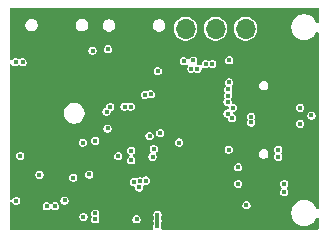
<source format=gbr>
%TF.GenerationSoftware,KiCad,Pcbnew,9.0.0*%
%TF.CreationDate,2025-06-12T14:50:32+02:00*%
%TF.ProjectId,hardware v4 pro max,68617264-7761-4726-9520-76342070726f,rev?*%
%TF.SameCoordinates,Original*%
%TF.FileFunction,Copper,L5,Inr*%
%TF.FilePolarity,Positive*%
%FSLAX46Y46*%
G04 Gerber Fmt 4.6, Leading zero omitted, Abs format (unit mm)*
G04 Created by KiCad (PCBNEW 9.0.0) date 2025-06-12 14:50:32*
%MOMM*%
%LPD*%
G01*
G04 APERTURE LIST*
%TA.AperFunction,ComponentPad*%
%ADD10R,1.700000X1.700000*%
%TD*%
%TA.AperFunction,ComponentPad*%
%ADD11O,1.700000X1.700000*%
%TD*%
%TA.AperFunction,ViaPad*%
%ADD12C,0.400000*%
%TD*%
%TA.AperFunction,Conductor*%
%ADD13C,0.300000*%
%TD*%
G04 APERTURE END LIST*
D10*
%TO.N,GND*%
%TO.C,J3*%
X148570000Y-92965000D03*
D11*
%TO.N,+3.3V*%
X146030000Y-92965000D03*
%TO.N,OLED_SCL*%
X143490000Y-92965000D03*
%TO.N,OLED_SDA*%
X140950000Y-92965000D03*
%TD*%
D12*
%TO.N,Net-(BT1-+)*%
X126950000Y-103730000D03*
%TO.N,GND*%
X135400000Y-98100000D03*
X131310840Y-101330404D03*
X138430000Y-107710000D03*
X137800000Y-93200000D03*
X146150000Y-96180000D03*
X130060000Y-91880000D03*
X130550000Y-95950000D03*
X128800000Y-93300000D03*
X141830000Y-107780000D03*
X129950000Y-98550000D03*
X143900000Y-104190000D03*
X129950000Y-95700000D03*
X129150000Y-95700000D03*
X136200000Y-109700000D03*
X134400000Y-105600000D03*
X137300000Y-97020000D03*
X147060000Y-94160000D03*
X128350000Y-97950000D03*
X131100000Y-109700000D03*
X135300000Y-105700000D03*
X126420000Y-105370000D03*
X138200000Y-95450000D03*
X126900000Y-102200000D03*
X139350000Y-95300000D03*
X145070000Y-107210000D03*
X127670000Y-93820000D03*
X136680000Y-107530000D03*
X151580000Y-97700000D03*
X131300000Y-93300000D03*
X133950000Y-96050000D03*
X131850000Y-96050000D03*
X130600000Y-106100000D03*
X145380000Y-97520000D03*
X138100000Y-104400000D03*
X134000000Y-98100000D03*
X142900000Y-94250000D03*
X146290000Y-96930000D03*
X133300000Y-98100000D03*
X141680000Y-99810000D03*
X131200000Y-98100000D03*
X130550000Y-98300000D03*
X135810000Y-107500000D03*
X131940404Y-101279160D03*
X148720000Y-106660000D03*
X130600000Y-99340000D03*
X136150000Y-97630000D03*
X127520000Y-108410000D03*
X135200000Y-109700000D03*
X144490000Y-106720000D03*
X132320000Y-99200000D03*
X126360000Y-93240000D03*
X128350000Y-96300000D03*
X132460000Y-100920000D03*
X141290000Y-94240000D03*
X142740000Y-108990000D03*
X148640000Y-91490000D03*
X142720000Y-97690000D03*
X129580000Y-109500000D03*
X127450000Y-108990000D03*
X133150000Y-96050000D03*
X131900000Y-107000000D03*
X144680000Y-91590000D03*
X131119596Y-98980840D03*
X128350000Y-97150000D03*
X148330000Y-97680000D03*
X140630000Y-100860000D03*
X128680000Y-103360000D03*
X129150000Y-98550000D03*
X129500000Y-106400000D03*
X136990000Y-102010000D03*
X126300000Y-102200000D03*
X143710000Y-95520000D03*
X142750000Y-95350000D03*
X139510000Y-97630000D03*
X141680000Y-100860000D03*
X151050000Y-103950000D03*
X126360000Y-91560000D03*
X133820000Y-95330000D03*
X143300000Y-105300000D03*
X145080000Y-107770000D03*
X139580000Y-100860000D03*
X129200000Y-107000000D03*
X136590000Y-91750000D03*
X151050000Y-103150000D03*
X136000000Y-100210000D03*
X140420000Y-108740000D03*
X131300000Y-94000000D03*
X130329596Y-99910840D03*
X130000000Y-107000000D03*
X131900000Y-98100000D03*
X128350000Y-95700000D03*
X133230000Y-91600000D03*
X151930000Y-107340000D03*
X140420000Y-91540000D03*
X144730000Y-94040000D03*
X147260000Y-91500000D03*
X150400000Y-104550000D03*
X132300000Y-101950000D03*
X130610000Y-104330000D03*
X146100000Y-104100000D03*
X137490000Y-98030000D03*
X137980000Y-97020000D03*
X135370000Y-100720000D03*
X139690000Y-93490000D03*
X126490000Y-106010000D03*
X135950000Y-96050000D03*
X130380840Y-100540404D03*
X142600000Y-106230000D03*
X139520000Y-91550000D03*
X135400000Y-93200000D03*
X137600000Y-107520000D03*
X132500000Y-95500000D03*
X128350000Y-98550000D03*
X145870000Y-107290000D03*
X134700000Y-98100000D03*
X151760000Y-91550000D03*
X144460000Y-107790000D03*
X131150000Y-96050000D03*
X135840000Y-103590000D03*
X133700000Y-107000000D03*
X151960000Y-109660000D03*
X127670000Y-105340000D03*
X138100000Y-105200000D03*
X128800000Y-94000000D03*
X134950000Y-102000000D03*
X132600000Y-98100000D03*
X133970000Y-103730000D03*
X127430000Y-109590000D03*
X142730000Y-98760000D03*
X149460000Y-109500000D03*
X141680000Y-98760000D03*
X147440000Y-97030000D03*
X149780000Y-107600000D03*
X132679160Y-99719596D03*
X142730000Y-99810000D03*
X131749160Y-98929596D03*
X149150000Y-104550000D03*
X134700000Y-96050000D03*
X145340000Y-100170000D03*
X148780000Y-102170000D03*
X142730000Y-100860000D03*
X141800000Y-97680000D03*
X130740000Y-101060000D03*
X132730404Y-100349160D03*
X134070000Y-102820000D03*
X127120000Y-105730000D03*
X137020000Y-100090000D03*
%TO.N,+3.3V*%
X137090000Y-105890000D03*
X136580000Y-105940000D03*
X135790000Y-99550000D03*
X144950000Y-99650000D03*
X144650000Y-95630000D03*
X137900000Y-102050000D03*
X128580000Y-105330000D03*
X134350000Y-101400000D03*
X140800000Y-95700000D03*
X138600000Y-96550000D03*
X132250000Y-102600000D03*
X126550000Y-95800000D03*
X136310000Y-99560000D03*
X133300000Y-102450000D03*
X134380000Y-94710000D03*
X141600000Y-95650000D03*
X144600000Y-103200000D03*
X137015000Y-106400000D03*
X127150000Y-95800000D03*
X137595000Y-105825000D03*
%TO.N,vusb*%
X132300000Y-108900000D03*
X133300000Y-109100000D03*
X151600000Y-100300000D03*
X130700000Y-107500000D03*
X149300000Y-106100000D03*
X149300000Y-106800000D03*
%TO.N,B2*%
X143210000Y-95940000D03*
%TO.N,B1*%
X133080000Y-94810000D03*
X142660000Y-95960000D03*
%TO.N,FSPIWP*%
X140400000Y-102600000D03*
X145400000Y-104700000D03*
%TO.N,OLED_SCL*%
X141450000Y-96350000D03*
%TO.N,OLED_SDA*%
X141950000Y-96350000D03*
%TO.N,FSPICS2*%
X144570000Y-98100000D03*
X146100000Y-107900000D03*
%TO.N,Net-(PA1010D1-RX)*%
X136350000Y-104100000D03*
%TO.N,Net-(PA1010D1-TX)*%
X136350000Y-103300000D03*
%TO.N,GPSRX*%
X138150000Y-103800000D03*
X144500000Y-99150000D03*
%TO.N,GPSTX*%
X138250000Y-103150000D03*
X144560000Y-98640000D03*
%TO.N,BAT+*%
X148800000Y-103200000D03*
X138570413Y-109190391D03*
X129900000Y-108000000D03*
X138550000Y-109690000D03*
X129200000Y-108000000D03*
X138570000Y-108710000D03*
X148800000Y-103800000D03*
%TO.N,D+*%
X146500000Y-100400000D03*
X150650000Y-101000000D03*
%TO.N,D-*%
X150650000Y-99650000D03*
X146500000Y-100900000D03*
%TO.N,FSPIQ*%
X145400000Y-106100000D03*
X138800000Y-101800000D03*
%TO.N,LED_PWM*%
X144630000Y-97510000D03*
X126610000Y-107540000D03*
%TO.N,EN*%
X136800000Y-109100000D03*
X132800000Y-105300000D03*
%TO.N,Net-(IC1-VDDA3P3_1)*%
X134580000Y-99590000D03*
X134260000Y-99980000D03*
X138010000Y-98520000D03*
X137510000Y-98560000D03*
%TO.N,KILL*%
X135250000Y-103750000D03*
X133300000Y-108600000D03*
%TO.N,Net-(IC4-~{PB})*%
X131440000Y-105570000D03*
%TO.N,GPIO_SUP_1*%
X144890000Y-100540000D03*
%TO.N,GPIO_SUP_2*%
X144500000Y-100150000D03*
%TD*%
D13*
%TO.N,BAT+*%
X138570000Y-108710000D02*
X138570000Y-109670000D01*
X138570000Y-109670000D02*
X138550000Y-109690000D01*
%TD*%
%TA.AperFunction,Conductor*%
%TO.N,GND*%
G36*
X152192539Y-91190185D02*
G01*
X152238294Y-91242989D01*
X152249500Y-91294500D01*
X152249500Y-92361725D01*
X152229815Y-92428764D01*
X152177011Y-92474519D01*
X152107853Y-92484463D01*
X152044297Y-92455438D01*
X152015015Y-92418020D01*
X151941231Y-92273211D01*
X151934899Y-92264496D01*
X151839414Y-92133072D01*
X151716928Y-92010586D01*
X151576788Y-91908768D01*
X151422445Y-91830127D01*
X151257701Y-91776598D01*
X151257699Y-91776597D01*
X151257698Y-91776597D01*
X151126271Y-91755781D01*
X151086611Y-91749500D01*
X150913389Y-91749500D01*
X150873728Y-91755781D01*
X150742302Y-91776597D01*
X150577552Y-91830128D01*
X150423211Y-91908768D01*
X150359812Y-91954831D01*
X150283072Y-92010586D01*
X150283070Y-92010588D01*
X150283069Y-92010588D01*
X150160588Y-92133069D01*
X150160588Y-92133070D01*
X150160586Y-92133072D01*
X150152283Y-92144500D01*
X150058768Y-92273211D01*
X149980128Y-92427552D01*
X149926597Y-92592302D01*
X149899744Y-92761845D01*
X149899500Y-92763386D01*
X149899500Y-92936610D01*
X149926250Y-93105507D01*
X149926598Y-93107701D01*
X149980127Y-93272445D01*
X150058768Y-93426788D01*
X150160586Y-93566928D01*
X150283072Y-93689414D01*
X150423212Y-93791232D01*
X150577555Y-93869873D01*
X150742299Y-93923402D01*
X150913389Y-93950500D01*
X150913390Y-93950500D01*
X151086610Y-93950500D01*
X151086611Y-93950500D01*
X151257701Y-93923402D01*
X151422445Y-93869873D01*
X151576788Y-93791232D01*
X151716928Y-93689414D01*
X151839414Y-93566928D01*
X151941232Y-93426788D01*
X152015015Y-93281980D01*
X152062989Y-93231183D01*
X152130810Y-93214388D01*
X152196945Y-93236925D01*
X152240397Y-93291640D01*
X152249500Y-93338274D01*
X152249500Y-108091725D01*
X152229815Y-108158764D01*
X152177011Y-108204519D01*
X152107853Y-108214463D01*
X152044297Y-108185438D01*
X152015015Y-108148020D01*
X151986331Y-108091725D01*
X151941232Y-108003212D01*
X151839414Y-107863072D01*
X151716928Y-107740586D01*
X151576788Y-107638768D01*
X151448469Y-107573387D01*
X151422447Y-107560128D01*
X151422446Y-107560127D01*
X151422445Y-107560127D01*
X151257701Y-107506598D01*
X151257699Y-107506597D01*
X151257698Y-107506597D01*
X151126271Y-107485781D01*
X151086611Y-107479500D01*
X150913389Y-107479500D01*
X150873728Y-107485781D01*
X150742302Y-107506597D01*
X150577552Y-107560128D01*
X150423211Y-107638768D01*
X150359875Y-107684785D01*
X150283072Y-107740586D01*
X150283070Y-107740588D01*
X150283069Y-107740588D01*
X150160588Y-107863069D01*
X150160588Y-107863070D01*
X150160586Y-107863072D01*
X150116859Y-107923256D01*
X150058768Y-108003211D01*
X149980128Y-108157552D01*
X149926597Y-108322302D01*
X149899746Y-108491834D01*
X149899500Y-108493389D01*
X149899500Y-108666611D01*
X149902379Y-108684788D01*
X149924192Y-108822514D01*
X149926598Y-108837701D01*
X149980127Y-109002445D01*
X150058768Y-109156788D01*
X150160586Y-109296928D01*
X150283072Y-109419414D01*
X150423212Y-109521232D01*
X150577555Y-109599873D01*
X150742299Y-109653402D01*
X150913389Y-109680500D01*
X150913390Y-109680500D01*
X151086610Y-109680500D01*
X151086611Y-109680500D01*
X151257701Y-109653402D01*
X151422445Y-109599873D01*
X151576788Y-109521232D01*
X151716928Y-109419414D01*
X151839414Y-109296928D01*
X151941232Y-109156788D01*
X152015015Y-109011980D01*
X152062989Y-108961183D01*
X152130810Y-108944388D01*
X152196945Y-108966925D01*
X152240397Y-109021640D01*
X152249500Y-109068274D01*
X152249500Y-109845500D01*
X152229815Y-109912539D01*
X152177011Y-109958294D01*
X152125500Y-109969500D01*
X138999572Y-109969500D01*
X138932533Y-109949815D01*
X138886778Y-109897011D01*
X138876834Y-109827853D01*
X138879794Y-109813418D01*
X138900500Y-109736144D01*
X138900500Y-109643856D01*
X138876614Y-109554712D01*
X138876613Y-109554711D01*
X138874725Y-109547663D01*
X138870500Y-109515570D01*
X138870500Y-109404850D01*
X138887113Y-109342850D01*
X138887940Y-109341417D01*
X138897027Y-109325679D01*
X138920913Y-109236535D01*
X138920913Y-109144247D01*
X138897027Y-109055103D01*
X138896307Y-109053856D01*
X138887112Y-109037929D01*
X138882961Y-109022440D01*
X138875523Y-109010865D01*
X138870500Y-108975930D01*
X138870500Y-108923743D01*
X138887115Y-108861740D01*
X138896613Y-108845289D01*
X138896614Y-108845288D01*
X138920500Y-108756144D01*
X138920500Y-108663856D01*
X138896614Y-108574712D01*
X138895849Y-108573387D01*
X138850473Y-108494794D01*
X138850470Y-108494791D01*
X138850469Y-108494788D01*
X138785212Y-108429531D01*
X138785209Y-108429529D01*
X138785205Y-108429526D01*
X138705293Y-108383388D01*
X138705290Y-108383387D01*
X138705289Y-108383386D01*
X138705288Y-108383386D01*
X138616144Y-108359500D01*
X138523856Y-108359500D01*
X138434712Y-108383386D01*
X138434711Y-108383386D01*
X138434709Y-108383387D01*
X138434706Y-108383388D01*
X138354794Y-108429526D01*
X138354785Y-108429533D01*
X138289533Y-108494785D01*
X138289526Y-108494794D01*
X138243388Y-108574706D01*
X138243387Y-108574709D01*
X138219500Y-108663856D01*
X138219500Y-108756143D01*
X138243386Y-108845289D01*
X138252885Y-108861740D01*
X138257035Y-108877228D01*
X138264477Y-108888808D01*
X138269500Y-108923743D01*
X138269500Y-108977361D01*
X138252887Y-109039361D01*
X138243800Y-109055099D01*
X138243800Y-109055100D01*
X138243800Y-109055101D01*
X138243799Y-109055103D01*
X138219913Y-109144247D01*
X138219913Y-109236535D01*
X138236096Y-109296930D01*
X138243799Y-109325679D01*
X138252886Y-109341417D01*
X138257036Y-109356906D01*
X138264477Y-109368484D01*
X138269500Y-109403419D01*
X138269500Y-109441614D01*
X138252887Y-109503614D01*
X138223387Y-109554708D01*
X138223387Y-109554709D01*
X138223386Y-109554711D01*
X138223386Y-109554712D01*
X138199500Y-109643856D01*
X138199500Y-109736144D01*
X138220202Y-109813408D01*
X138218540Y-109883256D01*
X138179378Y-109941119D01*
X138115149Y-109968623D01*
X138100428Y-109969500D01*
X126174500Y-109969500D01*
X126107461Y-109949815D01*
X126061706Y-109897011D01*
X126050500Y-109845500D01*
X126050500Y-108853856D01*
X131949500Y-108853856D01*
X131949500Y-108946144D01*
X131969943Y-109022440D01*
X131973387Y-109035290D01*
X131973388Y-109035293D01*
X132019526Y-109115205D01*
X132019529Y-109115209D01*
X132019531Y-109115212D01*
X132084788Y-109180469D01*
X132084791Y-109180470D01*
X132084794Y-109180473D01*
X132164706Y-109226611D01*
X132164707Y-109226611D01*
X132164712Y-109226614D01*
X132253856Y-109250500D01*
X132253858Y-109250500D01*
X132346142Y-109250500D01*
X132346144Y-109250500D01*
X132435288Y-109226614D01*
X132515212Y-109180469D01*
X132580469Y-109115212D01*
X132626614Y-109035288D01*
X132650500Y-108946144D01*
X132650500Y-108853856D01*
X132626614Y-108764712D01*
X132626611Y-108764706D01*
X132580473Y-108684794D01*
X132580470Y-108684791D01*
X132580469Y-108684788D01*
X132515212Y-108619531D01*
X132515209Y-108619529D01*
X132515205Y-108619526D01*
X132435293Y-108573388D01*
X132435290Y-108573387D01*
X132435289Y-108573386D01*
X132435288Y-108573386D01*
X132362401Y-108553856D01*
X132949500Y-108553856D01*
X132949500Y-108646144D01*
X132959856Y-108684794D01*
X132973387Y-108735290D01*
X132973387Y-108735291D01*
X133003819Y-108788000D01*
X133020292Y-108855900D01*
X133003819Y-108912000D01*
X132973387Y-108964708D01*
X132973387Y-108964709D01*
X132973386Y-108964711D01*
X132973386Y-108964712D01*
X132949500Y-109053856D01*
X132949500Y-109146144D01*
X132971061Y-109226612D01*
X132973387Y-109235290D01*
X132973388Y-109235293D01*
X133019526Y-109315205D01*
X133019529Y-109315209D01*
X133019531Y-109315212D01*
X133084788Y-109380469D01*
X133084791Y-109380470D01*
X133084794Y-109380473D01*
X133164706Y-109426611D01*
X133164707Y-109426611D01*
X133164712Y-109426614D01*
X133253856Y-109450500D01*
X133253858Y-109450500D01*
X133346142Y-109450500D01*
X133346144Y-109450500D01*
X133435288Y-109426614D01*
X133515212Y-109380469D01*
X133580469Y-109315212D01*
X133626614Y-109235288D01*
X133650500Y-109146144D01*
X133650500Y-109053856D01*
X136449500Y-109053856D01*
X136449500Y-109146144D01*
X136471061Y-109226612D01*
X136473387Y-109235290D01*
X136473388Y-109235293D01*
X136519526Y-109315205D01*
X136519529Y-109315209D01*
X136519531Y-109315212D01*
X136584788Y-109380469D01*
X136584791Y-109380470D01*
X136584794Y-109380473D01*
X136664706Y-109426611D01*
X136664707Y-109426611D01*
X136664712Y-109426614D01*
X136753856Y-109450500D01*
X136753858Y-109450500D01*
X136846142Y-109450500D01*
X136846144Y-109450500D01*
X136935288Y-109426614D01*
X137015212Y-109380469D01*
X137080469Y-109315212D01*
X137126614Y-109235288D01*
X137150500Y-109146144D01*
X137150500Y-109053856D01*
X137126614Y-108964712D01*
X137126611Y-108964706D01*
X137080473Y-108884794D01*
X137080470Y-108884791D01*
X137080469Y-108884788D01*
X137015212Y-108819531D01*
X137015209Y-108819529D01*
X137015205Y-108819526D01*
X136935293Y-108773388D01*
X136935290Y-108773387D01*
X136935289Y-108773386D01*
X136935288Y-108773386D01*
X136846144Y-108749500D01*
X136753856Y-108749500D01*
X136664712Y-108773386D01*
X136664711Y-108773386D01*
X136664709Y-108773387D01*
X136664706Y-108773388D01*
X136584794Y-108819526D01*
X136584785Y-108819533D01*
X136519533Y-108884785D01*
X136519526Y-108884794D01*
X136473388Y-108964706D01*
X136473387Y-108964709D01*
X136473386Y-108964711D01*
X136473386Y-108964712D01*
X136449500Y-109053856D01*
X133650500Y-109053856D01*
X133626614Y-108964712D01*
X133590713Y-108902531D01*
X133586987Y-108892249D01*
X133585470Y-108867858D01*
X133579707Y-108844102D01*
X133583244Y-108832053D01*
X133582652Y-108822514D01*
X133589812Y-108809685D01*
X133596181Y-108787998D01*
X133604617Y-108773388D01*
X133626614Y-108735288D01*
X133650500Y-108646144D01*
X133650500Y-108553856D01*
X133626614Y-108464712D01*
X133626611Y-108464706D01*
X133580473Y-108384794D01*
X133580470Y-108384791D01*
X133580469Y-108384788D01*
X133515212Y-108319531D01*
X133515209Y-108319529D01*
X133515205Y-108319526D01*
X133435293Y-108273388D01*
X133435290Y-108273387D01*
X133435289Y-108273386D01*
X133435288Y-108273386D01*
X133346144Y-108249500D01*
X133253856Y-108249500D01*
X133164712Y-108273386D01*
X133164711Y-108273386D01*
X133164709Y-108273387D01*
X133164706Y-108273388D01*
X133084794Y-108319526D01*
X133084785Y-108319533D01*
X133019533Y-108384785D01*
X133019526Y-108384794D01*
X132973388Y-108464706D01*
X132973387Y-108464709D01*
X132973386Y-108464711D01*
X132973386Y-108464712D01*
X132949500Y-108553856D01*
X132362401Y-108553856D01*
X132346144Y-108549500D01*
X132253856Y-108549500D01*
X132164712Y-108573386D01*
X132164711Y-108573386D01*
X132164709Y-108573387D01*
X132164706Y-108573388D01*
X132084794Y-108619526D01*
X132084785Y-108619533D01*
X132019533Y-108684785D01*
X132019526Y-108684794D01*
X131973388Y-108764706D01*
X131973387Y-108764709D01*
X131973386Y-108764711D01*
X131973386Y-108764712D01*
X131949500Y-108853856D01*
X126050500Y-108853856D01*
X126050500Y-107953856D01*
X128849500Y-107953856D01*
X128849500Y-108046144D01*
X128868007Y-108115214D01*
X128873387Y-108135290D01*
X128873388Y-108135293D01*
X128919526Y-108215205D01*
X128919529Y-108215209D01*
X128919531Y-108215212D01*
X128984788Y-108280469D01*
X128984791Y-108280470D01*
X128984794Y-108280473D01*
X129064706Y-108326611D01*
X129064707Y-108326611D01*
X129064712Y-108326614D01*
X129153856Y-108350500D01*
X129153858Y-108350500D01*
X129246142Y-108350500D01*
X129246144Y-108350500D01*
X129335288Y-108326614D01*
X129415212Y-108280469D01*
X129462319Y-108233362D01*
X129523642Y-108199877D01*
X129593334Y-108204861D01*
X129637681Y-108233362D01*
X129684788Y-108280469D01*
X129684791Y-108280470D01*
X129684794Y-108280473D01*
X129764706Y-108326611D01*
X129764707Y-108326611D01*
X129764712Y-108326614D01*
X129853856Y-108350500D01*
X129853858Y-108350500D01*
X129946142Y-108350500D01*
X129946144Y-108350500D01*
X130035288Y-108326614D01*
X130115212Y-108280469D01*
X130180469Y-108215212D01*
X130226614Y-108135288D01*
X130250500Y-108046144D01*
X130250500Y-107953856D01*
X130226614Y-107864712D01*
X130220346Y-107853856D01*
X145749500Y-107853856D01*
X145749500Y-107946144D01*
X145766439Y-108009363D01*
X145773387Y-108035290D01*
X145773388Y-108035293D01*
X145819526Y-108115205D01*
X145819529Y-108115209D01*
X145819531Y-108115212D01*
X145884788Y-108180469D01*
X145884791Y-108180470D01*
X145884794Y-108180473D01*
X145964706Y-108226611D01*
X145964707Y-108226611D01*
X145964712Y-108226614D01*
X146053856Y-108250500D01*
X146053858Y-108250500D01*
X146146142Y-108250500D01*
X146146144Y-108250500D01*
X146235288Y-108226614D01*
X146315212Y-108180469D01*
X146380469Y-108115212D01*
X146426614Y-108035288D01*
X146450500Y-107946144D01*
X146450500Y-107853856D01*
X146426614Y-107764712D01*
X146426611Y-107764706D01*
X146380473Y-107684794D01*
X146380470Y-107684791D01*
X146380469Y-107684788D01*
X146315212Y-107619531D01*
X146315209Y-107619529D01*
X146315205Y-107619526D01*
X146235293Y-107573388D01*
X146235290Y-107573387D01*
X146235289Y-107573386D01*
X146235288Y-107573386D01*
X146146144Y-107549500D01*
X146053856Y-107549500D01*
X145964712Y-107573386D01*
X145964711Y-107573386D01*
X145964709Y-107573387D01*
X145964706Y-107573388D01*
X145884794Y-107619526D01*
X145884785Y-107619533D01*
X145819533Y-107684785D01*
X145819526Y-107684794D01*
X145773388Y-107764706D01*
X145773387Y-107764709D01*
X145773386Y-107764711D01*
X145773386Y-107764712D01*
X145749500Y-107853856D01*
X130220346Y-107853856D01*
X130180469Y-107784788D01*
X130115212Y-107719531D01*
X130115209Y-107719529D01*
X130115205Y-107719526D01*
X130035293Y-107673388D01*
X130035290Y-107673387D01*
X130035289Y-107673386D01*
X130035288Y-107673386D01*
X129946144Y-107649500D01*
X129853856Y-107649500D01*
X129764712Y-107673386D01*
X129764711Y-107673386D01*
X129764709Y-107673387D01*
X129764706Y-107673388D01*
X129684794Y-107719526D01*
X129684785Y-107719533D01*
X129637681Y-107766638D01*
X129576358Y-107800123D01*
X129506666Y-107795139D01*
X129462319Y-107766638D01*
X129415214Y-107719533D01*
X129415212Y-107719531D01*
X129415209Y-107719529D01*
X129415205Y-107719526D01*
X129335293Y-107673388D01*
X129335290Y-107673387D01*
X129335289Y-107673386D01*
X129335288Y-107673386D01*
X129246144Y-107649500D01*
X129153856Y-107649500D01*
X129064712Y-107673386D01*
X129064711Y-107673386D01*
X129064709Y-107673387D01*
X129064706Y-107673388D01*
X128984794Y-107719526D01*
X128984785Y-107719533D01*
X128919533Y-107784785D01*
X128919526Y-107784794D01*
X128873388Y-107864706D01*
X128873387Y-107864709D01*
X128873386Y-107864711D01*
X128873386Y-107864712D01*
X128849500Y-107953856D01*
X126050500Y-107953856D01*
X126050500Y-107734692D01*
X126070185Y-107667653D01*
X126122989Y-107621898D01*
X126192147Y-107611954D01*
X126255703Y-107640979D01*
X126281887Y-107672691D01*
X126283385Y-107675286D01*
X126283386Y-107675288D01*
X126329531Y-107755212D01*
X126394788Y-107820469D01*
X126394791Y-107820470D01*
X126394794Y-107820473D01*
X126474706Y-107866611D01*
X126474707Y-107866611D01*
X126474712Y-107866614D01*
X126563856Y-107890500D01*
X126563858Y-107890500D01*
X126656142Y-107890500D01*
X126656144Y-107890500D01*
X126745288Y-107866614D01*
X126773198Y-107850500D01*
X126794255Y-107838343D01*
X126805986Y-107831569D01*
X126825212Y-107820469D01*
X126890469Y-107755212D01*
X126936614Y-107675288D01*
X126960500Y-107586144D01*
X126960500Y-107493856D01*
X126949782Y-107453856D01*
X130349500Y-107453856D01*
X130349500Y-107546144D01*
X130356800Y-107573387D01*
X130369162Y-107619526D01*
X130373386Y-107635288D01*
X130419531Y-107715212D01*
X130484788Y-107780469D01*
X130484791Y-107780470D01*
X130484794Y-107780473D01*
X130564706Y-107826611D01*
X130564707Y-107826611D01*
X130564712Y-107826614D01*
X130653856Y-107850500D01*
X130653858Y-107850500D01*
X130746142Y-107850500D01*
X130746144Y-107850500D01*
X130835288Y-107826614D01*
X130915212Y-107780469D01*
X130980469Y-107715212D01*
X131026614Y-107635288D01*
X131050500Y-107546144D01*
X131050500Y-107453856D01*
X131026614Y-107364712D01*
X131026611Y-107364706D01*
X130980473Y-107284794D01*
X130980470Y-107284791D01*
X130980469Y-107284788D01*
X130915212Y-107219531D01*
X130915209Y-107219529D01*
X130915205Y-107219526D01*
X130835293Y-107173388D01*
X130835290Y-107173387D01*
X130835289Y-107173386D01*
X130835288Y-107173386D01*
X130746144Y-107149500D01*
X130653856Y-107149500D01*
X130564712Y-107173386D01*
X130564711Y-107173386D01*
X130564709Y-107173387D01*
X130564706Y-107173388D01*
X130484794Y-107219526D01*
X130484785Y-107219533D01*
X130419533Y-107284785D01*
X130419526Y-107284794D01*
X130373388Y-107364706D01*
X130373387Y-107364709D01*
X130373386Y-107364711D01*
X130373386Y-107364712D01*
X130349500Y-107453856D01*
X126949782Y-107453856D01*
X126936614Y-107404712D01*
X126913518Y-107364709D01*
X126890473Y-107324794D01*
X126890470Y-107324791D01*
X126890469Y-107324788D01*
X126825212Y-107259531D01*
X126825209Y-107259529D01*
X126825205Y-107259526D01*
X126745293Y-107213388D01*
X126745290Y-107213387D01*
X126745289Y-107213386D01*
X126745288Y-107213386D01*
X126656144Y-107189500D01*
X126563856Y-107189500D01*
X126474712Y-107213386D01*
X126474711Y-107213386D01*
X126474709Y-107213387D01*
X126474706Y-107213388D01*
X126394794Y-107259526D01*
X126394785Y-107259533D01*
X126329533Y-107324785D01*
X126329526Y-107324794D01*
X126281886Y-107407308D01*
X126231319Y-107455523D01*
X126162711Y-107468745D01*
X126097847Y-107442777D01*
X126057319Y-107385862D01*
X126050500Y-107345307D01*
X126050500Y-105283856D01*
X128229500Y-105283856D01*
X128229500Y-105376144D01*
X128245193Y-105434712D01*
X128253387Y-105465290D01*
X128253388Y-105465293D01*
X128299526Y-105545205D01*
X128299529Y-105545209D01*
X128299531Y-105545212D01*
X128364788Y-105610469D01*
X128364791Y-105610470D01*
X128364794Y-105610473D01*
X128444706Y-105656611D01*
X128444707Y-105656611D01*
X128444712Y-105656614D01*
X128533856Y-105680500D01*
X128533858Y-105680500D01*
X128626142Y-105680500D01*
X128626144Y-105680500D01*
X128715288Y-105656614D01*
X128795212Y-105610469D01*
X128860469Y-105545212D01*
X128872799Y-105523856D01*
X131089500Y-105523856D01*
X131089500Y-105616144D01*
X131109212Y-105689712D01*
X131113387Y-105705290D01*
X131113388Y-105705293D01*
X131159526Y-105785205D01*
X131159529Y-105785209D01*
X131159531Y-105785212D01*
X131224788Y-105850469D01*
X131224791Y-105850470D01*
X131224794Y-105850473D01*
X131304706Y-105896611D01*
X131304707Y-105896611D01*
X131304712Y-105896614D01*
X131393856Y-105920500D01*
X131393858Y-105920500D01*
X131486142Y-105920500D01*
X131486144Y-105920500D01*
X131575288Y-105896614D01*
X131580065Y-105893856D01*
X136229500Y-105893856D01*
X136229500Y-105986144D01*
X136247643Y-106053856D01*
X136253387Y-106075290D01*
X136253388Y-106075293D01*
X136299526Y-106155205D01*
X136299529Y-106155209D01*
X136299531Y-106155212D01*
X136364788Y-106220469D01*
X136364791Y-106220470D01*
X136364794Y-106220473D01*
X136444706Y-106266611D01*
X136444707Y-106266611D01*
X136444712Y-106266614D01*
X136533856Y-106290500D01*
X136533858Y-106290500D01*
X136540500Y-106290500D01*
X136607539Y-106310185D01*
X136653294Y-106362989D01*
X136664500Y-106414500D01*
X136664500Y-106446144D01*
X136677144Y-106493334D01*
X136688387Y-106535290D01*
X136688388Y-106535293D01*
X136734526Y-106615205D01*
X136734529Y-106615209D01*
X136734531Y-106615212D01*
X136799788Y-106680469D01*
X136799791Y-106680470D01*
X136799794Y-106680473D01*
X136879706Y-106726611D01*
X136879707Y-106726611D01*
X136879712Y-106726614D01*
X136968856Y-106750500D01*
X136968858Y-106750500D01*
X137061142Y-106750500D01*
X137061144Y-106750500D01*
X137150288Y-106726614D01*
X137230212Y-106680469D01*
X137295469Y-106615212D01*
X137341614Y-106535288D01*
X137365500Y-106446144D01*
X137365500Y-106353856D01*
X137355417Y-106316225D01*
X137357080Y-106246379D01*
X137396242Y-106188516D01*
X137460470Y-106161012D01*
X137507283Y-106164360D01*
X137548856Y-106175500D01*
X137548858Y-106175500D01*
X137641142Y-106175500D01*
X137641144Y-106175500D01*
X137730288Y-106151614D01*
X137810212Y-106105469D01*
X137861825Y-106053856D01*
X145049500Y-106053856D01*
X145049500Y-106146144D01*
X145069416Y-106220473D01*
X145073387Y-106235290D01*
X145073388Y-106235293D01*
X145119526Y-106315205D01*
X145119529Y-106315209D01*
X145119531Y-106315212D01*
X145184788Y-106380469D01*
X145184791Y-106380470D01*
X145184794Y-106380473D01*
X145264706Y-106426611D01*
X145264707Y-106426611D01*
X145264712Y-106426614D01*
X145353856Y-106450500D01*
X145353858Y-106450500D01*
X145446142Y-106450500D01*
X145446144Y-106450500D01*
X145535288Y-106426614D01*
X145615212Y-106380469D01*
X145680469Y-106315212D01*
X145726614Y-106235288D01*
X145750500Y-106146144D01*
X145750500Y-106053856D01*
X148949500Y-106053856D01*
X148949500Y-106146144D01*
X148969416Y-106220473D01*
X148973387Y-106235290D01*
X148973388Y-106235293D01*
X149019526Y-106315205D01*
X149019533Y-106315214D01*
X149066638Y-106362319D01*
X149100123Y-106423642D01*
X149095139Y-106493334D01*
X149066638Y-106537681D01*
X149019533Y-106584785D01*
X149019526Y-106584794D01*
X148973388Y-106664706D01*
X148973387Y-106664709D01*
X148973386Y-106664711D01*
X148973386Y-106664712D01*
X148950400Y-106750499D01*
X148949500Y-106753856D01*
X148949500Y-106846143D01*
X148973387Y-106935290D01*
X148973388Y-106935293D01*
X149019526Y-107015205D01*
X149019529Y-107015209D01*
X149019531Y-107015212D01*
X149084788Y-107080469D01*
X149084791Y-107080470D01*
X149084794Y-107080473D01*
X149164706Y-107126611D01*
X149164707Y-107126611D01*
X149164712Y-107126614D01*
X149253856Y-107150500D01*
X149253858Y-107150500D01*
X149346142Y-107150500D01*
X149346144Y-107150500D01*
X149435288Y-107126614D01*
X149515212Y-107080469D01*
X149580469Y-107015212D01*
X149626614Y-106935288D01*
X149650500Y-106846144D01*
X149650500Y-106753856D01*
X149626614Y-106664712D01*
X149598031Y-106615205D01*
X149580473Y-106584794D01*
X149580470Y-106584791D01*
X149580469Y-106584788D01*
X149533362Y-106537681D01*
X149499877Y-106476358D01*
X149504861Y-106406666D01*
X149533362Y-106362319D01*
X149541825Y-106353856D01*
X149580469Y-106315212D01*
X149626614Y-106235288D01*
X149650500Y-106146144D01*
X149650500Y-106053856D01*
X149626614Y-105964712D01*
X149626611Y-105964706D01*
X149580473Y-105884794D01*
X149580470Y-105884791D01*
X149580469Y-105884788D01*
X149515212Y-105819531D01*
X149515209Y-105819529D01*
X149515205Y-105819526D01*
X149435293Y-105773388D01*
X149435290Y-105773387D01*
X149435289Y-105773386D01*
X149435288Y-105773386D01*
X149346144Y-105749500D01*
X149253856Y-105749500D01*
X149164712Y-105773386D01*
X149164711Y-105773386D01*
X149164709Y-105773387D01*
X149164706Y-105773388D01*
X149084794Y-105819526D01*
X149084785Y-105819533D01*
X149019533Y-105884785D01*
X149019526Y-105884794D01*
X148973388Y-105964706D01*
X148973387Y-105964709D01*
X148973386Y-105964711D01*
X148973386Y-105964712D01*
X148949500Y-106053856D01*
X145750500Y-106053856D01*
X145726614Y-105964712D01*
X145726611Y-105964706D01*
X145680473Y-105884794D01*
X145680470Y-105884791D01*
X145680469Y-105884788D01*
X145615212Y-105819531D01*
X145615209Y-105819529D01*
X145615205Y-105819526D01*
X145535293Y-105773388D01*
X145535290Y-105773387D01*
X145535289Y-105773386D01*
X145535288Y-105773386D01*
X145446144Y-105749500D01*
X145353856Y-105749500D01*
X145264712Y-105773386D01*
X145264711Y-105773386D01*
X145264709Y-105773387D01*
X145264706Y-105773388D01*
X145184794Y-105819526D01*
X145184785Y-105819533D01*
X145119533Y-105884785D01*
X145119526Y-105884794D01*
X145073388Y-105964706D01*
X145073387Y-105964709D01*
X145073386Y-105964711D01*
X145073386Y-105964712D01*
X145049500Y-106053856D01*
X137861825Y-106053856D01*
X137875469Y-106040212D01*
X137921614Y-105960288D01*
X137945500Y-105871144D01*
X137945500Y-105778856D01*
X137921614Y-105689712D01*
X137921611Y-105689706D01*
X137875473Y-105609794D01*
X137875470Y-105609791D01*
X137875469Y-105609788D01*
X137810212Y-105544531D01*
X137810209Y-105544529D01*
X137810205Y-105544526D01*
X137730293Y-105498388D01*
X137730290Y-105498387D01*
X137730289Y-105498386D01*
X137730288Y-105498386D01*
X137641144Y-105474500D01*
X137548856Y-105474500D01*
X137459712Y-105498386D01*
X137459711Y-105498386D01*
X137459709Y-105498387D01*
X137459706Y-105498388D01*
X137379794Y-105544526D01*
X137379785Y-105544533D01*
X137378557Y-105545762D01*
X137377266Y-105546466D01*
X137373342Y-105549478D01*
X137372872Y-105548865D01*
X137317231Y-105579242D01*
X137247540Y-105574253D01*
X137228877Y-105565458D01*
X137225290Y-105563386D01*
X137165858Y-105547462D01*
X137136144Y-105539500D01*
X137043856Y-105539500D01*
X136954712Y-105563386D01*
X136954711Y-105563386D01*
X136954709Y-105563387D01*
X136954706Y-105563388D01*
X136874787Y-105609530D01*
X136869166Y-105613844D01*
X136803996Y-105639035D01*
X136735552Y-105624994D01*
X136731683Y-105622851D01*
X136715293Y-105613388D01*
X136715290Y-105613387D01*
X136715289Y-105613386D01*
X136715288Y-105613386D01*
X136626144Y-105589500D01*
X136533856Y-105589500D01*
X136444712Y-105613386D01*
X136444711Y-105613386D01*
X136444709Y-105613387D01*
X136444706Y-105613388D01*
X136364794Y-105659526D01*
X136364785Y-105659533D01*
X136299533Y-105724785D01*
X136299526Y-105724794D01*
X136253388Y-105804706D01*
X136253387Y-105804709D01*
X136253386Y-105804711D01*
X136253386Y-105804712D01*
X136229500Y-105893856D01*
X131580065Y-105893856D01*
X131655212Y-105850469D01*
X131720469Y-105785212D01*
X131766614Y-105705288D01*
X131790500Y-105616144D01*
X131790500Y-105523856D01*
X131766614Y-105434712D01*
X131766611Y-105434706D01*
X131720473Y-105354794D01*
X131720470Y-105354791D01*
X131720469Y-105354788D01*
X131655212Y-105289531D01*
X131655209Y-105289529D01*
X131655205Y-105289526D01*
X131593424Y-105253856D01*
X132449500Y-105253856D01*
X132449500Y-105346144D01*
X132473230Y-105434706D01*
X132473387Y-105435290D01*
X132473388Y-105435293D01*
X132519526Y-105515205D01*
X132519529Y-105515209D01*
X132519531Y-105515212D01*
X132584788Y-105580469D01*
X132584791Y-105580470D01*
X132584794Y-105580473D01*
X132664706Y-105626611D01*
X132664707Y-105626611D01*
X132664712Y-105626614D01*
X132753856Y-105650500D01*
X132753858Y-105650500D01*
X132846142Y-105650500D01*
X132846144Y-105650500D01*
X132935288Y-105626614D01*
X133015212Y-105580469D01*
X133080469Y-105515212D01*
X133126614Y-105435288D01*
X133150500Y-105346144D01*
X133150500Y-105253856D01*
X133126614Y-105164712D01*
X133126611Y-105164706D01*
X133080473Y-105084794D01*
X133080470Y-105084791D01*
X133080469Y-105084788D01*
X133015212Y-105019531D01*
X133015209Y-105019529D01*
X133015205Y-105019526D01*
X132935293Y-104973388D01*
X132935290Y-104973387D01*
X132935289Y-104973386D01*
X132935288Y-104973386D01*
X132846144Y-104949500D01*
X132753856Y-104949500D01*
X132664712Y-104973386D01*
X132664711Y-104973386D01*
X132664709Y-104973387D01*
X132664706Y-104973388D01*
X132584794Y-105019526D01*
X132584785Y-105019533D01*
X132519533Y-105084785D01*
X132519526Y-105084794D01*
X132473388Y-105164706D01*
X132473387Y-105164709D01*
X132473386Y-105164711D01*
X132473386Y-105164712D01*
X132449500Y-105253856D01*
X131593424Y-105253856D01*
X131575293Y-105243388D01*
X131575290Y-105243387D01*
X131575289Y-105243386D01*
X131575288Y-105243386D01*
X131486144Y-105219500D01*
X131393856Y-105219500D01*
X131304712Y-105243386D01*
X131304711Y-105243386D01*
X131304709Y-105243387D01*
X131304706Y-105243388D01*
X131224794Y-105289526D01*
X131224785Y-105289533D01*
X131159533Y-105354785D01*
X131159526Y-105354794D01*
X131113388Y-105434706D01*
X131113387Y-105434709D01*
X131113386Y-105434711D01*
X131113386Y-105434712D01*
X131089500Y-105523856D01*
X128872799Y-105523856D01*
X128906614Y-105465288D01*
X128930500Y-105376144D01*
X128930500Y-105283856D01*
X128906614Y-105194712D01*
X128906611Y-105194706D01*
X128860473Y-105114794D01*
X128860470Y-105114791D01*
X128860469Y-105114788D01*
X128795212Y-105049531D01*
X128795209Y-105049529D01*
X128795205Y-105049526D01*
X128715293Y-105003388D01*
X128715290Y-105003387D01*
X128715289Y-105003386D01*
X128715288Y-105003386D01*
X128626144Y-104979500D01*
X128533856Y-104979500D01*
X128444712Y-105003386D01*
X128444711Y-105003386D01*
X128444709Y-105003387D01*
X128444706Y-105003388D01*
X128364794Y-105049526D01*
X128364785Y-105049533D01*
X128299533Y-105114785D01*
X128299526Y-105114794D01*
X128253388Y-105194706D01*
X128253387Y-105194709D01*
X128253386Y-105194711D01*
X128253386Y-105194712D01*
X128229500Y-105283856D01*
X126050500Y-105283856D01*
X126050500Y-104653856D01*
X145049500Y-104653856D01*
X145049500Y-104746143D01*
X145073387Y-104835290D01*
X145073388Y-104835293D01*
X145119526Y-104915205D01*
X145119529Y-104915209D01*
X145119531Y-104915212D01*
X145184788Y-104980469D01*
X145184791Y-104980470D01*
X145184794Y-104980473D01*
X145264706Y-105026611D01*
X145264707Y-105026611D01*
X145264712Y-105026614D01*
X145353856Y-105050500D01*
X145353858Y-105050500D01*
X145446142Y-105050500D01*
X145446144Y-105050500D01*
X145535288Y-105026614D01*
X145615212Y-104980469D01*
X145680469Y-104915212D01*
X145726614Y-104835288D01*
X145750500Y-104746144D01*
X145750500Y-104653856D01*
X145726614Y-104564712D01*
X145726611Y-104564706D01*
X145680473Y-104484794D01*
X145680470Y-104484791D01*
X145680469Y-104484788D01*
X145615212Y-104419531D01*
X145615209Y-104419529D01*
X145615205Y-104419526D01*
X145535293Y-104373388D01*
X145535290Y-104373387D01*
X145535289Y-104373386D01*
X145535288Y-104373386D01*
X145446144Y-104349500D01*
X145353856Y-104349500D01*
X145264712Y-104373386D01*
X145264711Y-104373386D01*
X145264709Y-104373387D01*
X145264706Y-104373388D01*
X145184794Y-104419526D01*
X145184785Y-104419533D01*
X145119533Y-104484785D01*
X145119526Y-104484794D01*
X145073388Y-104564706D01*
X145073387Y-104564709D01*
X145049500Y-104653856D01*
X126050500Y-104653856D01*
X126050500Y-103683856D01*
X126599500Y-103683856D01*
X126599500Y-103776144D01*
X126618256Y-103846144D01*
X126623387Y-103865290D01*
X126623388Y-103865293D01*
X126669526Y-103945205D01*
X126669529Y-103945209D01*
X126669531Y-103945212D01*
X126734788Y-104010469D01*
X126734791Y-104010470D01*
X126734794Y-104010473D01*
X126814706Y-104056611D01*
X126814707Y-104056611D01*
X126814712Y-104056614D01*
X126903856Y-104080500D01*
X126903858Y-104080500D01*
X126996142Y-104080500D01*
X126996144Y-104080500D01*
X127085288Y-104056614D01*
X127165212Y-104010469D01*
X127230469Y-103945212D01*
X127276614Y-103865288D01*
X127300500Y-103776144D01*
X127300500Y-103703856D01*
X134899500Y-103703856D01*
X134899500Y-103796144D01*
X134923251Y-103884785D01*
X134923387Y-103885290D01*
X134923388Y-103885293D01*
X134969526Y-103965205D01*
X134969529Y-103965209D01*
X134969531Y-103965212D01*
X135034788Y-104030469D01*
X135034791Y-104030470D01*
X135034794Y-104030473D01*
X135114706Y-104076611D01*
X135114707Y-104076611D01*
X135114712Y-104076614D01*
X135203856Y-104100500D01*
X135203858Y-104100500D01*
X135296142Y-104100500D01*
X135296144Y-104100500D01*
X135385288Y-104076614D01*
X135465212Y-104030469D01*
X135530469Y-103965212D01*
X135576614Y-103885288D01*
X135600500Y-103796144D01*
X135600500Y-103703856D01*
X135576614Y-103614712D01*
X135575468Y-103612727D01*
X135530473Y-103534794D01*
X135530470Y-103534791D01*
X135530469Y-103534788D01*
X135465212Y-103469531D01*
X135465209Y-103469529D01*
X135465205Y-103469526D01*
X135385293Y-103423388D01*
X135385290Y-103423387D01*
X135385289Y-103423386D01*
X135385288Y-103423386D01*
X135296144Y-103399500D01*
X135203856Y-103399500D01*
X135114712Y-103423386D01*
X135114711Y-103423386D01*
X135114709Y-103423387D01*
X135114706Y-103423388D01*
X135034794Y-103469526D01*
X135034785Y-103469533D01*
X134969533Y-103534785D01*
X134969526Y-103534794D01*
X134923388Y-103614706D01*
X134923387Y-103614709D01*
X134923386Y-103614711D01*
X134923386Y-103614712D01*
X134899500Y-103703856D01*
X127300500Y-103703856D01*
X127300500Y-103683856D01*
X127276614Y-103594712D01*
X127275403Y-103592614D01*
X127230473Y-103514794D01*
X127230470Y-103514791D01*
X127230469Y-103514788D01*
X127165212Y-103449531D01*
X127165209Y-103449529D01*
X127165205Y-103449526D01*
X127085293Y-103403388D01*
X127085290Y-103403387D01*
X127085289Y-103403386D01*
X127085288Y-103403386D01*
X126996144Y-103379500D01*
X126903856Y-103379500D01*
X126814712Y-103403386D01*
X126814711Y-103403386D01*
X126814709Y-103403387D01*
X126814706Y-103403388D01*
X126734794Y-103449526D01*
X126734785Y-103449533D01*
X126669533Y-103514785D01*
X126669526Y-103514794D01*
X126623388Y-103594706D01*
X126623387Y-103594709D01*
X126623386Y-103594711D01*
X126623386Y-103594712D01*
X126599500Y-103683856D01*
X126050500Y-103683856D01*
X126050500Y-103253856D01*
X135999500Y-103253856D01*
X135999500Y-103346144D01*
X136020197Y-103423388D01*
X136023387Y-103435290D01*
X136023388Y-103435293D01*
X136069526Y-103515205D01*
X136069529Y-103515209D01*
X136069531Y-103515212D01*
X136134788Y-103580469D01*
X136151108Y-103589891D01*
X136155823Y-103592614D01*
X136204038Y-103643182D01*
X136217259Y-103711789D01*
X136191290Y-103776653D01*
X136155823Y-103807386D01*
X136134791Y-103819529D01*
X136134785Y-103819533D01*
X136069533Y-103884785D01*
X136069526Y-103884794D01*
X136023388Y-103964706D01*
X136023387Y-103964709D01*
X136023386Y-103964711D01*
X136023386Y-103964712D01*
X136009855Y-104015212D01*
X135999500Y-104053856D01*
X135999500Y-104146143D01*
X136023387Y-104235290D01*
X136023388Y-104235293D01*
X136069526Y-104315205D01*
X136069529Y-104315209D01*
X136069531Y-104315212D01*
X136134788Y-104380469D01*
X136134791Y-104380470D01*
X136134794Y-104380473D01*
X136214706Y-104426611D01*
X136214707Y-104426611D01*
X136214712Y-104426614D01*
X136303856Y-104450500D01*
X136303858Y-104450500D01*
X136396142Y-104450500D01*
X136396144Y-104450500D01*
X136485288Y-104426614D01*
X136565212Y-104380469D01*
X136630469Y-104315212D01*
X136676614Y-104235288D01*
X136700500Y-104146144D01*
X136700500Y-104053856D01*
X136676614Y-103964712D01*
X136676611Y-103964706D01*
X136630473Y-103884794D01*
X136630470Y-103884791D01*
X136630469Y-103884788D01*
X136565212Y-103819531D01*
X136537570Y-103803571D01*
X136531482Y-103798977D01*
X136515021Y-103776808D01*
X136495962Y-103756820D01*
X136495391Y-103753856D01*
X137799500Y-103753856D01*
X137799500Y-103846144D01*
X137822828Y-103933207D01*
X137823387Y-103935290D01*
X137823388Y-103935293D01*
X137869526Y-104015205D01*
X137869529Y-104015209D01*
X137869531Y-104015212D01*
X137934788Y-104080469D01*
X137934791Y-104080470D01*
X137934794Y-104080473D01*
X138014706Y-104126611D01*
X138014707Y-104126611D01*
X138014712Y-104126614D01*
X138103856Y-104150500D01*
X138103858Y-104150500D01*
X138196142Y-104150500D01*
X138196144Y-104150500D01*
X138285288Y-104126614D01*
X138365212Y-104080469D01*
X138430469Y-104015212D01*
X138476614Y-103935288D01*
X138500500Y-103846144D01*
X138500500Y-103753856D01*
X138476614Y-103664712D01*
X138476613Y-103664711D01*
X138476613Y-103664709D01*
X138446599Y-103612726D01*
X138433764Y-103590495D01*
X138417291Y-103522598D01*
X138440142Y-103456571D01*
X138459627Y-103436378D01*
X138459465Y-103436216D01*
X138492295Y-103403386D01*
X138530469Y-103365212D01*
X138576614Y-103285288D01*
X138600500Y-103196144D01*
X138600500Y-103153856D01*
X144249500Y-103153856D01*
X144249500Y-103246144D01*
X144267705Y-103314087D01*
X144273387Y-103335290D01*
X144273388Y-103335293D01*
X144319526Y-103415205D01*
X144319529Y-103415209D01*
X144319531Y-103415212D01*
X144384788Y-103480469D01*
X144384791Y-103480470D01*
X144384794Y-103480473D01*
X144464706Y-103526611D01*
X144464707Y-103526611D01*
X144464712Y-103526614D01*
X144553856Y-103550500D01*
X144553858Y-103550500D01*
X144646142Y-103550500D01*
X144646144Y-103550500D01*
X144735288Y-103526614D01*
X144768787Y-103507273D01*
X147166500Y-103507273D01*
X147166500Y-103612727D01*
X147193793Y-103714587D01*
X147246520Y-103805913D01*
X147321087Y-103880480D01*
X147412413Y-103933207D01*
X147514273Y-103960500D01*
X147514275Y-103960500D01*
X147619725Y-103960500D01*
X147619727Y-103960500D01*
X147721587Y-103933207D01*
X147812913Y-103880480D01*
X147887480Y-103805913D01*
X147940207Y-103714587D01*
X147967500Y-103612727D01*
X147967500Y-103507273D01*
X147940207Y-103405413D01*
X147887480Y-103314087D01*
X147812913Y-103239520D01*
X147767250Y-103213156D01*
X147721589Y-103186794D01*
X147721588Y-103186793D01*
X147721587Y-103186793D01*
X147619727Y-103159500D01*
X147514273Y-103159500D01*
X147412413Y-103186793D01*
X147412410Y-103186794D01*
X147321085Y-103239521D01*
X147246521Y-103314085D01*
X147193794Y-103405410D01*
X147193793Y-103405413D01*
X147166500Y-103507273D01*
X144768787Y-103507273D01*
X144815212Y-103480469D01*
X144880469Y-103415212D01*
X144926614Y-103335288D01*
X144950500Y-103246144D01*
X144950500Y-103153856D01*
X148449500Y-103153856D01*
X148449500Y-103246144D01*
X148467705Y-103314087D01*
X148473387Y-103335290D01*
X148473388Y-103335293D01*
X148519526Y-103415205D01*
X148524478Y-103421658D01*
X148522549Y-103423137D01*
X148550127Y-103473663D01*
X148545130Y-103543354D01*
X148523250Y-103577400D01*
X148524478Y-103578342D01*
X148519526Y-103584794D01*
X148473388Y-103664706D01*
X148473387Y-103664709D01*
X148473386Y-103664711D01*
X148473386Y-103664712D01*
X148449500Y-103753856D01*
X148449500Y-103846144D01*
X148472828Y-103933207D01*
X148473387Y-103935290D01*
X148473388Y-103935293D01*
X148519526Y-104015205D01*
X148519529Y-104015209D01*
X148519531Y-104015212D01*
X148584788Y-104080469D01*
X148584791Y-104080470D01*
X148584794Y-104080473D01*
X148664706Y-104126611D01*
X148664707Y-104126611D01*
X148664712Y-104126614D01*
X148753856Y-104150500D01*
X148753858Y-104150500D01*
X148846142Y-104150500D01*
X148846144Y-104150500D01*
X148935288Y-104126614D01*
X149015212Y-104080469D01*
X149080469Y-104015212D01*
X149126614Y-103935288D01*
X149150500Y-103846144D01*
X149150500Y-103753856D01*
X149126614Y-103664712D01*
X149117534Y-103648985D01*
X149080473Y-103584794D01*
X149080470Y-103584791D01*
X149080469Y-103584788D01*
X149080466Y-103584785D01*
X149075522Y-103578342D01*
X149077453Y-103576860D01*
X149049877Y-103526358D01*
X149054861Y-103456666D01*
X149076752Y-103422602D01*
X149075522Y-103421658D01*
X149080463Y-103415217D01*
X149080469Y-103415212D01*
X149126614Y-103335288D01*
X149150500Y-103246144D01*
X149150500Y-103153856D01*
X149126614Y-103064712D01*
X149126611Y-103064706D01*
X149080473Y-102984794D01*
X149080470Y-102984791D01*
X149080469Y-102984788D01*
X149015212Y-102919531D01*
X149015209Y-102919529D01*
X149015205Y-102919526D01*
X148935293Y-102873388D01*
X148935290Y-102873387D01*
X148935289Y-102873386D01*
X148935288Y-102873386D01*
X148846144Y-102849500D01*
X148753856Y-102849500D01*
X148664712Y-102873386D01*
X148664711Y-102873386D01*
X148664709Y-102873387D01*
X148664706Y-102873388D01*
X148584794Y-102919526D01*
X148584785Y-102919533D01*
X148519533Y-102984785D01*
X148519526Y-102984794D01*
X148473388Y-103064706D01*
X148473387Y-103064709D01*
X148473386Y-103064711D01*
X148473386Y-103064712D01*
X148449500Y-103153856D01*
X144950500Y-103153856D01*
X144926614Y-103064712D01*
X144926611Y-103064706D01*
X144880473Y-102984794D01*
X144880470Y-102984791D01*
X144880469Y-102984788D01*
X144815212Y-102919531D01*
X144815209Y-102919529D01*
X144815205Y-102919526D01*
X144735293Y-102873388D01*
X144735290Y-102873387D01*
X144735289Y-102873386D01*
X144735288Y-102873386D01*
X144646144Y-102849500D01*
X144553856Y-102849500D01*
X144464712Y-102873386D01*
X144464711Y-102873386D01*
X144464709Y-102873387D01*
X144464706Y-102873388D01*
X144384794Y-102919526D01*
X144384785Y-102919533D01*
X144319533Y-102984785D01*
X144319526Y-102984794D01*
X144273388Y-103064706D01*
X144273387Y-103064709D01*
X144273386Y-103064711D01*
X144273386Y-103064712D01*
X144249500Y-103153856D01*
X138600500Y-103153856D01*
X138600500Y-103103856D01*
X138576614Y-103014712D01*
X138559341Y-102984794D01*
X138530473Y-102934794D01*
X138530470Y-102934791D01*
X138530469Y-102934788D01*
X138465212Y-102869531D01*
X138465209Y-102869529D01*
X138465205Y-102869526D01*
X138385293Y-102823388D01*
X138385290Y-102823387D01*
X138385289Y-102823386D01*
X138385288Y-102823386D01*
X138296144Y-102799500D01*
X138203856Y-102799500D01*
X138114712Y-102823386D01*
X138114711Y-102823386D01*
X138114709Y-102823387D01*
X138114706Y-102823388D01*
X138034794Y-102869526D01*
X138034785Y-102869533D01*
X137969533Y-102934785D01*
X137969526Y-102934794D01*
X137923388Y-103014706D01*
X137923387Y-103014709D01*
X137899500Y-103103856D01*
X137899500Y-103196143D01*
X137923386Y-103285290D01*
X137966234Y-103359501D01*
X137982708Y-103427401D01*
X137959856Y-103493429D01*
X137940373Y-103513622D01*
X137940535Y-103513784D01*
X137869533Y-103584785D01*
X137869526Y-103584794D01*
X137823388Y-103664706D01*
X137823387Y-103664709D01*
X137823386Y-103664711D01*
X137823386Y-103664712D01*
X137799500Y-103753856D01*
X136495391Y-103753856D01*
X136494483Y-103749149D01*
X136489829Y-103742881D01*
X136487966Y-103715334D01*
X136482739Y-103688213D01*
X136485641Y-103680962D01*
X136485115Y-103673171D01*
X136498444Y-103648985D01*
X136508708Y-103623348D01*
X136516105Y-103616938D01*
X136518839Y-103611978D01*
X136526800Y-103607670D01*
X136544178Y-103592613D01*
X136565212Y-103580469D01*
X136630469Y-103515212D01*
X136676614Y-103435288D01*
X136700500Y-103346144D01*
X136700500Y-103253856D01*
X136676614Y-103164712D01*
X136673605Y-103159500D01*
X136630473Y-103084794D01*
X136630470Y-103084791D01*
X136630469Y-103084788D01*
X136565212Y-103019531D01*
X136565209Y-103019529D01*
X136565205Y-103019526D01*
X136485293Y-102973388D01*
X136485290Y-102973387D01*
X136485289Y-102973386D01*
X136485288Y-102973386D01*
X136396144Y-102949500D01*
X136303856Y-102949500D01*
X136214712Y-102973386D01*
X136214711Y-102973386D01*
X136214709Y-102973387D01*
X136214706Y-102973388D01*
X136134794Y-103019526D01*
X136134785Y-103019533D01*
X136069533Y-103084785D01*
X136069526Y-103084794D01*
X136023388Y-103164706D01*
X136023387Y-103164709D01*
X136023386Y-103164711D01*
X136023386Y-103164712D01*
X135999500Y-103253856D01*
X126050500Y-103253856D01*
X126050500Y-102553856D01*
X131899500Y-102553856D01*
X131899500Y-102646144D01*
X131904609Y-102665212D01*
X131923387Y-102735290D01*
X131923388Y-102735293D01*
X131969526Y-102815205D01*
X131969529Y-102815209D01*
X131969531Y-102815212D01*
X132034788Y-102880469D01*
X132034791Y-102880470D01*
X132034794Y-102880473D01*
X132114706Y-102926611D01*
X132114707Y-102926611D01*
X132114712Y-102926614D01*
X132203856Y-102950500D01*
X132203858Y-102950500D01*
X132296142Y-102950500D01*
X132296144Y-102950500D01*
X132385288Y-102926614D01*
X132465212Y-102880469D01*
X132530469Y-102815212D01*
X132576614Y-102735288D01*
X132600500Y-102646144D01*
X132600500Y-102553856D01*
X132576614Y-102464712D01*
X132576611Y-102464706D01*
X132572583Y-102457729D01*
X132541478Y-102403856D01*
X132949500Y-102403856D01*
X132949500Y-102496144D01*
X132964964Y-102553858D01*
X132973387Y-102585290D01*
X132973388Y-102585293D01*
X133019526Y-102665205D01*
X133019529Y-102665209D01*
X133019531Y-102665212D01*
X133084788Y-102730469D01*
X133084791Y-102730470D01*
X133084794Y-102730473D01*
X133164706Y-102776611D01*
X133164707Y-102776611D01*
X133164712Y-102776614D01*
X133253856Y-102800500D01*
X133253858Y-102800500D01*
X133346142Y-102800500D01*
X133346144Y-102800500D01*
X133435288Y-102776614D01*
X133515212Y-102730469D01*
X133580469Y-102665212D01*
X133626614Y-102585288D01*
X133635036Y-102553856D01*
X140049500Y-102553856D01*
X140049500Y-102646144D01*
X140054609Y-102665212D01*
X140073387Y-102735290D01*
X140073388Y-102735293D01*
X140119526Y-102815205D01*
X140119529Y-102815209D01*
X140119531Y-102815212D01*
X140184788Y-102880469D01*
X140184791Y-102880470D01*
X140184794Y-102880473D01*
X140264706Y-102926611D01*
X140264707Y-102926611D01*
X140264712Y-102926614D01*
X140353856Y-102950500D01*
X140353858Y-102950500D01*
X140446142Y-102950500D01*
X140446144Y-102950500D01*
X140535288Y-102926614D01*
X140615212Y-102880469D01*
X140680469Y-102815212D01*
X140726614Y-102735288D01*
X140750500Y-102646144D01*
X140750500Y-102553856D01*
X140726614Y-102464712D01*
X140726611Y-102464706D01*
X140680473Y-102384794D01*
X140680470Y-102384791D01*
X140680469Y-102384788D01*
X140615212Y-102319531D01*
X140615209Y-102319529D01*
X140615205Y-102319526D01*
X140535293Y-102273388D01*
X140535290Y-102273387D01*
X140535289Y-102273386D01*
X140535288Y-102273386D01*
X140446144Y-102249500D01*
X140353856Y-102249500D01*
X140264712Y-102273386D01*
X140264711Y-102273386D01*
X140264709Y-102273387D01*
X140264706Y-102273388D01*
X140184794Y-102319526D01*
X140184785Y-102319533D01*
X140119533Y-102384785D01*
X140119526Y-102384794D01*
X140073388Y-102464706D01*
X140073387Y-102464709D01*
X140073386Y-102464711D01*
X140073386Y-102464712D01*
X140049500Y-102553856D01*
X133635036Y-102553856D01*
X133650500Y-102496144D01*
X133650500Y-102403856D01*
X133626614Y-102314712D01*
X133626611Y-102314706D01*
X133580473Y-102234794D01*
X133580470Y-102234791D01*
X133580469Y-102234788D01*
X133515212Y-102169531D01*
X133515209Y-102169529D01*
X133515205Y-102169526D01*
X133435293Y-102123388D01*
X133435292Y-102123387D01*
X133431652Y-102122411D01*
X133405869Y-102115503D01*
X133378711Y-102108226D01*
X133346144Y-102099500D01*
X133253856Y-102099500D01*
X133164712Y-102123386D01*
X133164711Y-102123386D01*
X133164709Y-102123387D01*
X133164706Y-102123388D01*
X133084794Y-102169526D01*
X133084785Y-102169533D01*
X133019533Y-102234785D01*
X133019526Y-102234794D01*
X132973388Y-102314706D01*
X132973387Y-102314709D01*
X132973386Y-102314711D01*
X132973386Y-102314712D01*
X132949500Y-102403856D01*
X132541478Y-102403856D01*
X132539540Y-102400500D01*
X132530469Y-102384788D01*
X132465212Y-102319531D01*
X132465209Y-102319529D01*
X132465205Y-102319526D01*
X132385293Y-102273388D01*
X132385290Y-102273387D01*
X132385289Y-102273386D01*
X132385288Y-102273386D01*
X132296144Y-102249500D01*
X132203856Y-102249500D01*
X132114712Y-102273386D01*
X132114711Y-102273386D01*
X132114709Y-102273387D01*
X132114706Y-102273388D01*
X132034794Y-102319526D01*
X132034785Y-102319533D01*
X131969533Y-102384785D01*
X131969526Y-102384794D01*
X131923388Y-102464706D01*
X131923387Y-102464709D01*
X131923386Y-102464711D01*
X131923386Y-102464712D01*
X131899500Y-102553856D01*
X126050500Y-102553856D01*
X126050500Y-102003856D01*
X137549500Y-102003856D01*
X137549500Y-102096144D01*
X137569164Y-102169533D01*
X137573387Y-102185290D01*
X137573388Y-102185293D01*
X137619526Y-102265205D01*
X137619529Y-102265209D01*
X137619531Y-102265212D01*
X137684788Y-102330469D01*
X137684791Y-102330470D01*
X137684794Y-102330473D01*
X137764706Y-102376611D01*
X137764707Y-102376611D01*
X137764712Y-102376614D01*
X137853856Y-102400500D01*
X137853858Y-102400500D01*
X137946142Y-102400500D01*
X137946144Y-102400500D01*
X138035288Y-102376614D01*
X138115212Y-102330469D01*
X138180469Y-102265212D01*
X138226614Y-102185288D01*
X138250500Y-102096144D01*
X138250500Y-102003856D01*
X138226614Y-101914712D01*
X138180469Y-101834788D01*
X138115212Y-101769531D01*
X138115209Y-101769529D01*
X138115205Y-101769526D01*
X138088064Y-101753856D01*
X138449500Y-101753856D01*
X138449500Y-101846144D01*
X138473386Y-101935288D01*
X138519531Y-102015212D01*
X138584788Y-102080469D01*
X138584791Y-102080470D01*
X138584794Y-102080473D01*
X138664706Y-102126611D01*
X138664707Y-102126611D01*
X138664712Y-102126614D01*
X138753856Y-102150500D01*
X138753858Y-102150500D01*
X138846142Y-102150500D01*
X138846144Y-102150500D01*
X138935288Y-102126614D01*
X139015212Y-102080469D01*
X139080469Y-102015212D01*
X139126614Y-101935288D01*
X139150500Y-101846144D01*
X139150500Y-101753856D01*
X139126614Y-101664712D01*
X139098031Y-101615205D01*
X139080473Y-101584794D01*
X139080470Y-101584791D01*
X139080469Y-101584788D01*
X139015212Y-101519531D01*
X139015209Y-101519529D01*
X139015205Y-101519526D01*
X138935293Y-101473388D01*
X138935290Y-101473387D01*
X138935289Y-101473386D01*
X138935288Y-101473386D01*
X138846144Y-101449500D01*
X138753856Y-101449500D01*
X138664712Y-101473386D01*
X138664711Y-101473386D01*
X138664709Y-101473387D01*
X138664706Y-101473388D01*
X138584794Y-101519526D01*
X138584785Y-101519533D01*
X138519533Y-101584785D01*
X138519526Y-101584794D01*
X138473388Y-101664706D01*
X138473387Y-101664709D01*
X138473386Y-101664711D01*
X138473386Y-101664712D01*
X138449500Y-101753856D01*
X138088064Y-101753856D01*
X138035293Y-101723388D01*
X138035290Y-101723387D01*
X138035289Y-101723386D01*
X138035288Y-101723386D01*
X137946144Y-101699500D01*
X137853856Y-101699500D01*
X137764712Y-101723386D01*
X137764711Y-101723386D01*
X137764709Y-101723387D01*
X137764706Y-101723388D01*
X137684794Y-101769526D01*
X137684785Y-101769533D01*
X137619533Y-101834785D01*
X137619526Y-101834794D01*
X137573388Y-101914706D01*
X137573387Y-101914709D01*
X137573386Y-101914711D01*
X137573386Y-101914712D01*
X137549500Y-102003856D01*
X126050500Y-102003856D01*
X126050500Y-101353856D01*
X133999500Y-101353856D01*
X133999500Y-101446144D01*
X134019164Y-101519533D01*
X134023387Y-101535290D01*
X134023388Y-101535293D01*
X134069526Y-101615205D01*
X134069529Y-101615209D01*
X134069531Y-101615212D01*
X134134788Y-101680469D01*
X134134791Y-101680470D01*
X134134794Y-101680473D01*
X134214706Y-101726611D01*
X134214707Y-101726611D01*
X134214712Y-101726614D01*
X134303856Y-101750500D01*
X134303858Y-101750500D01*
X134396142Y-101750500D01*
X134396144Y-101750500D01*
X134485288Y-101726614D01*
X134565212Y-101680469D01*
X134630469Y-101615212D01*
X134676614Y-101535288D01*
X134700500Y-101446144D01*
X134700500Y-101353856D01*
X134676614Y-101264712D01*
X134648031Y-101215205D01*
X134630473Y-101184794D01*
X134630470Y-101184791D01*
X134630469Y-101184788D01*
X134565212Y-101119531D01*
X134565209Y-101119529D01*
X134565205Y-101119526D01*
X134485293Y-101073388D01*
X134485290Y-101073387D01*
X134485289Y-101073386D01*
X134485288Y-101073386D01*
X134396144Y-101049500D01*
X134303856Y-101049500D01*
X134214712Y-101073386D01*
X134214711Y-101073386D01*
X134214709Y-101073387D01*
X134214706Y-101073388D01*
X134134794Y-101119526D01*
X134134785Y-101119533D01*
X134069533Y-101184785D01*
X134069526Y-101184794D01*
X134023388Y-101264706D01*
X134023387Y-101264709D01*
X134023386Y-101264711D01*
X134023386Y-101264712D01*
X133999500Y-101353856D01*
X126050500Y-101353856D01*
X126050500Y-100043766D01*
X130654500Y-100043766D01*
X130654500Y-100216233D01*
X130688143Y-100385366D01*
X130688146Y-100385378D01*
X130754138Y-100544698D01*
X130754145Y-100544711D01*
X130849954Y-100688098D01*
X130849957Y-100688102D01*
X130971897Y-100810042D01*
X130971901Y-100810045D01*
X131115288Y-100905854D01*
X131115301Y-100905861D01*
X131231177Y-100953858D01*
X131274626Y-100971855D01*
X131443766Y-101005499D01*
X131443769Y-101005500D01*
X131443771Y-101005500D01*
X131616231Y-101005500D01*
X131616232Y-101005499D01*
X131785374Y-100971855D01*
X131944705Y-100905858D01*
X132088099Y-100810045D01*
X132210045Y-100688099D01*
X132305858Y-100544705D01*
X132371855Y-100385374D01*
X132405500Y-100216229D01*
X132405500Y-100043771D01*
X132405500Y-100043768D01*
X132386832Y-99949921D01*
X132386832Y-99949920D01*
X132383636Y-99933856D01*
X133909500Y-99933856D01*
X133909500Y-100026144D01*
X133927455Y-100093154D01*
X133933387Y-100115290D01*
X133933388Y-100115293D01*
X133979526Y-100195205D01*
X133979529Y-100195209D01*
X133979531Y-100195212D01*
X134044788Y-100260469D01*
X134044791Y-100260470D01*
X134044794Y-100260473D01*
X134124706Y-100306611D01*
X134124707Y-100306611D01*
X134124712Y-100306614D01*
X134213856Y-100330500D01*
X134213858Y-100330500D01*
X134306142Y-100330500D01*
X134306144Y-100330500D01*
X134395288Y-100306614D01*
X134475212Y-100260469D01*
X134540469Y-100195212D01*
X134586614Y-100115288D01*
X134610500Y-100026144D01*
X134610500Y-100026137D01*
X134610799Y-100023867D01*
X134611587Y-100022084D01*
X134612603Y-100018294D01*
X134613193Y-100018452D01*
X134639060Y-99959968D01*
X134697382Y-99921493D01*
X134701598Y-99920282D01*
X134715288Y-99916614D01*
X134795212Y-99870469D01*
X134860469Y-99805212D01*
X134906614Y-99725288D01*
X134930500Y-99636144D01*
X134930500Y-99543856D01*
X134919782Y-99503856D01*
X135439500Y-99503856D01*
X135439500Y-99596144D01*
X135460763Y-99675500D01*
X135463387Y-99685290D01*
X135463388Y-99685293D01*
X135509526Y-99765205D01*
X135509529Y-99765209D01*
X135509531Y-99765212D01*
X135574788Y-99830469D01*
X135574791Y-99830470D01*
X135574794Y-99830473D01*
X135654706Y-99876611D01*
X135654707Y-99876611D01*
X135654712Y-99876614D01*
X135743856Y-99900500D01*
X135743858Y-99900500D01*
X135836142Y-99900500D01*
X135836144Y-99900500D01*
X135925288Y-99876614D01*
X135979338Y-99845407D01*
X136047236Y-99828933D01*
X136103340Y-99845407D01*
X136174706Y-99886611D01*
X136174707Y-99886611D01*
X136174712Y-99886614D01*
X136263856Y-99910500D01*
X136263858Y-99910500D01*
X136356142Y-99910500D01*
X136356144Y-99910500D01*
X136445288Y-99886614D01*
X136525212Y-99840469D01*
X136590469Y-99775212D01*
X136636614Y-99695288D01*
X136660500Y-99606144D01*
X136660500Y-99513856D01*
X136636614Y-99424712D01*
X136636611Y-99424706D01*
X136590473Y-99344794D01*
X136590470Y-99344791D01*
X136590469Y-99344788D01*
X136525212Y-99279531D01*
X136525209Y-99279529D01*
X136525205Y-99279526D01*
X136445293Y-99233388D01*
X136445290Y-99233387D01*
X136445289Y-99233386D01*
X136445288Y-99233386D01*
X136356144Y-99209500D01*
X136263856Y-99209500D01*
X136174711Y-99233386D01*
X136164122Y-99239500D01*
X136122752Y-99263386D01*
X136120661Y-99264593D01*
X136052761Y-99281066D01*
X135996659Y-99264593D01*
X135994568Y-99263386D01*
X135925288Y-99223386D01*
X135836144Y-99199500D01*
X135743856Y-99199500D01*
X135654712Y-99223386D01*
X135654711Y-99223386D01*
X135654709Y-99223387D01*
X135654706Y-99223388D01*
X135574794Y-99269526D01*
X135574785Y-99269533D01*
X135509533Y-99334785D01*
X135509526Y-99334794D01*
X135463388Y-99414706D01*
X135463387Y-99414709D01*
X135463386Y-99414711D01*
X135463386Y-99414712D01*
X135439500Y-99503856D01*
X134919782Y-99503856D01*
X134906614Y-99454712D01*
X134903869Y-99449957D01*
X134860473Y-99374794D01*
X134860470Y-99374791D01*
X134860469Y-99374788D01*
X134795212Y-99309531D01*
X134795209Y-99309529D01*
X134795205Y-99309526D01*
X134715293Y-99263388D01*
X134715290Y-99263387D01*
X134715289Y-99263386D01*
X134715288Y-99263386D01*
X134626144Y-99239500D01*
X134533856Y-99239500D01*
X134444712Y-99263386D01*
X134444711Y-99263386D01*
X134444709Y-99263387D01*
X134444706Y-99263388D01*
X134364794Y-99309526D01*
X134364785Y-99309533D01*
X134299533Y-99374785D01*
X134299526Y-99374794D01*
X134253388Y-99454706D01*
X134253387Y-99454709D01*
X134229500Y-99543855D01*
X134229199Y-99546145D01*
X134228407Y-99547932D01*
X134227397Y-99551706D01*
X134226808Y-99551548D01*
X134200930Y-99610041D01*
X134142605Y-99648510D01*
X134138355Y-99649730D01*
X134124713Y-99653385D01*
X134124706Y-99653388D01*
X134044794Y-99699526D01*
X134044785Y-99699533D01*
X133979533Y-99764785D01*
X133979526Y-99764794D01*
X133933388Y-99844706D01*
X133933387Y-99844709D01*
X133933386Y-99844711D01*
X133933386Y-99844712D01*
X133909500Y-99933856D01*
X132383636Y-99933856D01*
X132377001Y-99900499D01*
X132371855Y-99874626D01*
X132369743Y-99869526D01*
X132305861Y-99715301D01*
X132305854Y-99715288D01*
X132210045Y-99571901D01*
X132210042Y-99571897D01*
X132088102Y-99449957D01*
X132088098Y-99449954D01*
X131944711Y-99354145D01*
X131944698Y-99354138D01*
X131785378Y-99288146D01*
X131785366Y-99288143D01*
X131616232Y-99254500D01*
X131616229Y-99254500D01*
X131443771Y-99254500D01*
X131443768Y-99254500D01*
X131274633Y-99288143D01*
X131274621Y-99288146D01*
X131115301Y-99354138D01*
X131115288Y-99354145D01*
X130971901Y-99449954D01*
X130971897Y-99449957D01*
X130849957Y-99571897D01*
X130849954Y-99571901D01*
X130754145Y-99715288D01*
X130754138Y-99715301D01*
X130688146Y-99874621D01*
X130688143Y-99874633D01*
X130654500Y-100043766D01*
X126050500Y-100043766D01*
X126050500Y-99103856D01*
X144149500Y-99103856D01*
X144149500Y-99196144D01*
X144171843Y-99279531D01*
X144173387Y-99285290D01*
X144173388Y-99285293D01*
X144219526Y-99365205D01*
X144219529Y-99365209D01*
X144219531Y-99365212D01*
X144284788Y-99430469D01*
X144284791Y-99430470D01*
X144284794Y-99430473D01*
X144364706Y-99476611D01*
X144364707Y-99476611D01*
X144364712Y-99476614D01*
X144453856Y-99500500D01*
X144453858Y-99500500D01*
X144475500Y-99500500D01*
X144484185Y-99503050D01*
X144493147Y-99501762D01*
X144517187Y-99512740D01*
X144542539Y-99520185D01*
X144548466Y-99527025D01*
X144556703Y-99530787D01*
X144570992Y-99553021D01*
X144588294Y-99572989D01*
X144590581Y-99583503D01*
X144594477Y-99589565D01*
X144599500Y-99624500D01*
X144599500Y-99675500D01*
X144579815Y-99742539D01*
X144527011Y-99788294D01*
X144475500Y-99799500D01*
X144453856Y-99799500D01*
X144364712Y-99823386D01*
X144364711Y-99823386D01*
X144364709Y-99823387D01*
X144364706Y-99823388D01*
X144284794Y-99869526D01*
X144284785Y-99869533D01*
X144219533Y-99934785D01*
X144219526Y-99934794D01*
X144173388Y-100014706D01*
X144173387Y-100014709D01*
X144173386Y-100014711D01*
X144173386Y-100014712D01*
X144149500Y-100103856D01*
X144149500Y-100196144D01*
X144167872Y-100264711D01*
X144173387Y-100285290D01*
X144173388Y-100285293D01*
X144219526Y-100365205D01*
X144219529Y-100365209D01*
X144219531Y-100365212D01*
X144284788Y-100430469D01*
X144284791Y-100430470D01*
X144284794Y-100430473D01*
X144364706Y-100476611D01*
X144364707Y-100476612D01*
X144364709Y-100476612D01*
X144364712Y-100476614D01*
X144452250Y-100500069D01*
X144511909Y-100536434D01*
X144539930Y-100587749D01*
X144563386Y-100675288D01*
X144563387Y-100675290D01*
X144563388Y-100675293D01*
X144609526Y-100755205D01*
X144609529Y-100755209D01*
X144609531Y-100755212D01*
X144674788Y-100820469D01*
X144674791Y-100820470D01*
X144674794Y-100820473D01*
X144754706Y-100866611D01*
X144754707Y-100866611D01*
X144754712Y-100866614D01*
X144843856Y-100890500D01*
X144843858Y-100890500D01*
X144936142Y-100890500D01*
X144936144Y-100890500D01*
X145025288Y-100866614D01*
X145105212Y-100820469D01*
X145170469Y-100755212D01*
X145216614Y-100675288D01*
X145240500Y-100586144D01*
X145240500Y-100493856D01*
X145216614Y-100404712D01*
X145187252Y-100353856D01*
X146149500Y-100353856D01*
X146149500Y-100446144D01*
X146168007Y-100515214D01*
X146173387Y-100535290D01*
X146173387Y-100535291D01*
X146203819Y-100588000D01*
X146220292Y-100655900D01*
X146203819Y-100712000D01*
X146173387Y-100764708D01*
X146173387Y-100764709D01*
X146173386Y-100764711D01*
X146173386Y-100764712D01*
X146149500Y-100853856D01*
X146149500Y-100946144D01*
X146165404Y-101005500D01*
X146173387Y-101035290D01*
X146173388Y-101035293D01*
X146219526Y-101115205D01*
X146219529Y-101115209D01*
X146219531Y-101115212D01*
X146284788Y-101180469D01*
X146284791Y-101180470D01*
X146284794Y-101180473D01*
X146364706Y-101226611D01*
X146364707Y-101226611D01*
X146364712Y-101226614D01*
X146453856Y-101250500D01*
X146453858Y-101250500D01*
X146546142Y-101250500D01*
X146546144Y-101250500D01*
X146635288Y-101226614D01*
X146715212Y-101180469D01*
X146780469Y-101115212D01*
X146826614Y-101035288D01*
X146848434Y-100953856D01*
X150299500Y-100953856D01*
X150299500Y-101046144D01*
X150319164Y-101119533D01*
X150323387Y-101135290D01*
X150323388Y-101135293D01*
X150369526Y-101215205D01*
X150369529Y-101215209D01*
X150369531Y-101215212D01*
X150434788Y-101280469D01*
X150434791Y-101280470D01*
X150434794Y-101280473D01*
X150514706Y-101326611D01*
X150514707Y-101326611D01*
X150514712Y-101326614D01*
X150603856Y-101350500D01*
X150603858Y-101350500D01*
X150696142Y-101350500D01*
X150696144Y-101350500D01*
X150785288Y-101326614D01*
X150865212Y-101280469D01*
X150930469Y-101215212D01*
X150976614Y-101135288D01*
X151000500Y-101046144D01*
X151000500Y-100953856D01*
X150976614Y-100864712D01*
X150976611Y-100864706D01*
X150930473Y-100784794D01*
X150930470Y-100784791D01*
X150930469Y-100784788D01*
X150865212Y-100719531D01*
X150865209Y-100719529D01*
X150865205Y-100719526D01*
X150785293Y-100673388D01*
X150785290Y-100673387D01*
X150785289Y-100673386D01*
X150785288Y-100673386D01*
X150696144Y-100649500D01*
X150603856Y-100649500D01*
X150514712Y-100673386D01*
X150514711Y-100673386D01*
X150514709Y-100673387D01*
X150514706Y-100673388D01*
X150434794Y-100719526D01*
X150434785Y-100719533D01*
X150369533Y-100784785D01*
X150369526Y-100784794D01*
X150323388Y-100864706D01*
X150323387Y-100864709D01*
X150323386Y-100864711D01*
X150323386Y-100864712D01*
X150299500Y-100953856D01*
X146848434Y-100953856D01*
X146850500Y-100946144D01*
X146850500Y-100853856D01*
X146826614Y-100764712D01*
X146826613Y-100764711D01*
X146826613Y-100764709D01*
X146796181Y-100712002D01*
X146779707Y-100644102D01*
X146796181Y-100587998D01*
X146797252Y-100586144D01*
X146826614Y-100535288D01*
X146850500Y-100446144D01*
X146850500Y-100353856D01*
X146826614Y-100264712D01*
X146824167Y-100260473D01*
X146820347Y-100253856D01*
X151249500Y-100253856D01*
X151249500Y-100346144D01*
X151265193Y-100404712D01*
X151273387Y-100435290D01*
X151273388Y-100435293D01*
X151319526Y-100515205D01*
X151319529Y-100515209D01*
X151319531Y-100515212D01*
X151384788Y-100580469D01*
X151384791Y-100580470D01*
X151384794Y-100580473D01*
X151464706Y-100626611D01*
X151464707Y-100626611D01*
X151464712Y-100626614D01*
X151553856Y-100650500D01*
X151553858Y-100650500D01*
X151646142Y-100650500D01*
X151646144Y-100650500D01*
X151735288Y-100626614D01*
X151815212Y-100580469D01*
X151880469Y-100515212D01*
X151926614Y-100435288D01*
X151950500Y-100346144D01*
X151950500Y-100253856D01*
X151926614Y-100164712D01*
X151926611Y-100164706D01*
X151880473Y-100084794D01*
X151880470Y-100084791D01*
X151880469Y-100084788D01*
X151815212Y-100019531D01*
X151815209Y-100019529D01*
X151815205Y-100019526D01*
X151735293Y-99973388D01*
X151735290Y-99973387D01*
X151735289Y-99973386D01*
X151735288Y-99973386D01*
X151646144Y-99949500D01*
X151553856Y-99949500D01*
X151464712Y-99973386D01*
X151464711Y-99973386D01*
X151464709Y-99973387D01*
X151464706Y-99973388D01*
X151384794Y-100019526D01*
X151384785Y-100019533D01*
X151319533Y-100084785D01*
X151319526Y-100084794D01*
X151273388Y-100164706D01*
X151273387Y-100164709D01*
X151273386Y-100164711D01*
X151273386Y-100164712D01*
X151249500Y-100253856D01*
X146820347Y-100253856D01*
X146780473Y-100184794D01*
X146780470Y-100184791D01*
X146780469Y-100184788D01*
X146715212Y-100119531D01*
X146715209Y-100119529D01*
X146715205Y-100119526D01*
X146635293Y-100073388D01*
X146635290Y-100073387D01*
X146635289Y-100073386D01*
X146635288Y-100073386D01*
X146546144Y-100049500D01*
X146453856Y-100049500D01*
X146364712Y-100073386D01*
X146364711Y-100073386D01*
X146364709Y-100073387D01*
X146364706Y-100073388D01*
X146284794Y-100119526D01*
X146284785Y-100119533D01*
X146219533Y-100184785D01*
X146219526Y-100184794D01*
X146173388Y-100264706D01*
X146173387Y-100264709D01*
X146173386Y-100264711D01*
X146173386Y-100264712D01*
X146149500Y-100353856D01*
X145187252Y-100353856D01*
X145170469Y-100324788D01*
X145105212Y-100259531D01*
X145095383Y-100253856D01*
X145023457Y-100212328D01*
X144975242Y-100161761D01*
X144962020Y-100093154D01*
X144987988Y-100028289D01*
X145044903Y-99987761D01*
X145053354Y-99985170D01*
X145085288Y-99976614D01*
X145165212Y-99930469D01*
X145230469Y-99865212D01*
X145276614Y-99785288D01*
X145300500Y-99696144D01*
X145300500Y-99603856D01*
X150299500Y-99603856D01*
X150299500Y-99696144D01*
X150320686Y-99775212D01*
X150323387Y-99785290D01*
X150323388Y-99785293D01*
X150369526Y-99865205D01*
X150369529Y-99865209D01*
X150369531Y-99865212D01*
X150434788Y-99930469D01*
X150434791Y-99930470D01*
X150434794Y-99930473D01*
X150514706Y-99976611D01*
X150514707Y-99976611D01*
X150514712Y-99976614D01*
X150603856Y-100000500D01*
X150603858Y-100000500D01*
X150696142Y-100000500D01*
X150696144Y-100000500D01*
X150785288Y-99976614D01*
X150865212Y-99930469D01*
X150930469Y-99865212D01*
X150976614Y-99785288D01*
X151000500Y-99696144D01*
X151000500Y-99603856D01*
X150976614Y-99514712D01*
X150976120Y-99513856D01*
X150930473Y-99434794D01*
X150930470Y-99434791D01*
X150930469Y-99434788D01*
X150865212Y-99369531D01*
X150865209Y-99369529D01*
X150865205Y-99369526D01*
X150785293Y-99323388D01*
X150785290Y-99323387D01*
X150785289Y-99323386D01*
X150785288Y-99323386D01*
X150696144Y-99299500D01*
X150603856Y-99299500D01*
X150514712Y-99323386D01*
X150514711Y-99323386D01*
X150514709Y-99323387D01*
X150514706Y-99323388D01*
X150434794Y-99369526D01*
X150434785Y-99369533D01*
X150369533Y-99434785D01*
X150369526Y-99434794D01*
X150323388Y-99514706D01*
X150323387Y-99514709D01*
X150323386Y-99514711D01*
X150323386Y-99514712D01*
X150299500Y-99603856D01*
X145300500Y-99603856D01*
X145276614Y-99514712D01*
X145276120Y-99513856D01*
X145230473Y-99434794D01*
X145230470Y-99434791D01*
X145230469Y-99434788D01*
X145165212Y-99369531D01*
X145165209Y-99369529D01*
X145165205Y-99369526D01*
X145085293Y-99323388D01*
X145085290Y-99323387D01*
X145085289Y-99323386D01*
X145085288Y-99323386D01*
X144996144Y-99299500D01*
X144974500Y-99299500D01*
X144907461Y-99279815D01*
X144861706Y-99227011D01*
X144852877Y-99199663D01*
X144850500Y-99187698D01*
X144850500Y-99103856D01*
X144826614Y-99014712D01*
X144810634Y-98987034D01*
X144806642Y-98966940D01*
X144808007Y-98951725D01*
X144804405Y-98936880D01*
X144811066Y-98917633D01*
X144812886Y-98897350D01*
X144822260Y-98885288D01*
X144827256Y-98870853D01*
X144840285Y-98855450D01*
X144840463Y-98855217D01*
X144840469Y-98855212D01*
X144886614Y-98775288D01*
X144910500Y-98686144D01*
X144910500Y-98593856D01*
X144886614Y-98504712D01*
X144886611Y-98504706D01*
X144849634Y-98440661D01*
X144833160Y-98372761D01*
X144849634Y-98316659D01*
X144896611Y-98235293D01*
X144896610Y-98235293D01*
X144896614Y-98235288D01*
X144920500Y-98146144D01*
X144920500Y-98053856D01*
X144896614Y-97964712D01*
X144879220Y-97934586D01*
X144861596Y-97904060D01*
X144845123Y-97836160D01*
X144867975Y-97770133D01*
X144868226Y-97769781D01*
X144874129Y-97761551D01*
X144908408Y-97727273D01*
X147166500Y-97727273D01*
X147166500Y-97832727D01*
X147193793Y-97934587D01*
X147246520Y-98025913D01*
X147321087Y-98100480D01*
X147412413Y-98153207D01*
X147514273Y-98180500D01*
X147514275Y-98180500D01*
X147619725Y-98180500D01*
X147619727Y-98180500D01*
X147721587Y-98153207D01*
X147812913Y-98100480D01*
X147887480Y-98025913D01*
X147940207Y-97934587D01*
X147967500Y-97832727D01*
X147967500Y-97727273D01*
X147940207Y-97625413D01*
X147887480Y-97534087D01*
X147812913Y-97459520D01*
X147721587Y-97406793D01*
X147619727Y-97379500D01*
X147514273Y-97379500D01*
X147412413Y-97406793D01*
X147412410Y-97406794D01*
X147321085Y-97459521D01*
X147246521Y-97534085D01*
X147193794Y-97625410D01*
X147193793Y-97625413D01*
X147166500Y-97727273D01*
X144908408Y-97727273D01*
X144910469Y-97725212D01*
X144956614Y-97645288D01*
X144980500Y-97556144D01*
X144980500Y-97463856D01*
X144956614Y-97374712D01*
X144956611Y-97374706D01*
X144910473Y-97294794D01*
X144910470Y-97294791D01*
X144910469Y-97294788D01*
X144845212Y-97229531D01*
X144845209Y-97229529D01*
X144845205Y-97229526D01*
X144765293Y-97183388D01*
X144765290Y-97183387D01*
X144765289Y-97183386D01*
X144765288Y-97183386D01*
X144676144Y-97159500D01*
X144583856Y-97159500D01*
X144494712Y-97183386D01*
X144494711Y-97183386D01*
X144494709Y-97183387D01*
X144494706Y-97183388D01*
X144414794Y-97229526D01*
X144414785Y-97229533D01*
X144349533Y-97294785D01*
X144349526Y-97294794D01*
X144303388Y-97374706D01*
X144303387Y-97374709D01*
X144279500Y-97463856D01*
X144279500Y-97556143D01*
X144303386Y-97645288D01*
X144338403Y-97705938D01*
X144354876Y-97773838D01*
X144332024Y-97839865D01*
X144318700Y-97855618D01*
X144289531Y-97884788D01*
X144289526Y-97884794D01*
X144243388Y-97964706D01*
X144243387Y-97964709D01*
X144243387Y-97964710D01*
X144243386Y-97964712D01*
X144219500Y-98053856D01*
X144219500Y-98146144D01*
X144232159Y-98193387D01*
X144243386Y-98235288D01*
X144280366Y-98299338D01*
X144296839Y-98367238D01*
X144280366Y-98423339D01*
X144233387Y-98504708D01*
X144233387Y-98504709D01*
X144233386Y-98504711D01*
X144233386Y-98504712D01*
X144209500Y-98593856D01*
X144209500Y-98686144D01*
X144222646Y-98735205D01*
X144233386Y-98775288D01*
X144239121Y-98785221D01*
X144255594Y-98853121D01*
X144232742Y-98919148D01*
X144219709Y-98934556D01*
X144219526Y-98934794D01*
X144173388Y-99014706D01*
X144173387Y-99014709D01*
X144173386Y-99014711D01*
X144173386Y-99014712D01*
X144149500Y-99103856D01*
X126050500Y-99103856D01*
X126050500Y-98513856D01*
X137159500Y-98513856D01*
X137159500Y-98606144D01*
X137180935Y-98686142D01*
X137183387Y-98695290D01*
X137183388Y-98695293D01*
X137229526Y-98775205D01*
X137229529Y-98775209D01*
X137229531Y-98775212D01*
X137294788Y-98840469D01*
X137294791Y-98840470D01*
X137294794Y-98840473D01*
X137374706Y-98886611D01*
X137374707Y-98886611D01*
X137374712Y-98886614D01*
X137463856Y-98910500D01*
X137463858Y-98910500D01*
X137556142Y-98910500D01*
X137556144Y-98910500D01*
X137645288Y-98886614D01*
X137673198Y-98870500D01*
X137732250Y-98836406D01*
X137733994Y-98839427D01*
X137784102Y-98819979D01*
X137852566Y-98833925D01*
X137856588Y-98836150D01*
X137874708Y-98846612D01*
X137874709Y-98846612D01*
X137874712Y-98846614D01*
X137963856Y-98870500D01*
X137963858Y-98870500D01*
X138056142Y-98870500D01*
X138056144Y-98870500D01*
X138145288Y-98846614D01*
X138225212Y-98800469D01*
X138290469Y-98735212D01*
X138336614Y-98655288D01*
X138360500Y-98566144D01*
X138360500Y-98473856D01*
X138336614Y-98384712D01*
X138329714Y-98372761D01*
X138290473Y-98304794D01*
X138290470Y-98304791D01*
X138290469Y-98304788D01*
X138225212Y-98239531D01*
X138225209Y-98239529D01*
X138225205Y-98239526D01*
X138145293Y-98193388D01*
X138145290Y-98193387D01*
X138145289Y-98193386D01*
X138145288Y-98193386D01*
X138056144Y-98169500D01*
X137963856Y-98169500D01*
X137874712Y-98193386D01*
X137874711Y-98193386D01*
X137874709Y-98193387D01*
X137874706Y-98193388D01*
X137787750Y-98243594D01*
X137786036Y-98240626D01*
X137735486Y-98260054D01*
X137667069Y-98245880D01*
X137663412Y-98243850D01*
X137645290Y-98233386D01*
X137585858Y-98217462D01*
X137556144Y-98209500D01*
X137463856Y-98209500D01*
X137374712Y-98233386D01*
X137374711Y-98233386D01*
X137374709Y-98233387D01*
X137374706Y-98233388D01*
X137294794Y-98279526D01*
X137294785Y-98279533D01*
X137229533Y-98344785D01*
X137229526Y-98344794D01*
X137183388Y-98424706D01*
X137183387Y-98424709D01*
X137183386Y-98424711D01*
X137183386Y-98424712D01*
X137159500Y-98513856D01*
X126050500Y-98513856D01*
X126050500Y-96503856D01*
X138249500Y-96503856D01*
X138249500Y-96596144D01*
X138271061Y-96676612D01*
X138273387Y-96685290D01*
X138273388Y-96685293D01*
X138319526Y-96765205D01*
X138319529Y-96765209D01*
X138319531Y-96765212D01*
X138384788Y-96830469D01*
X138384791Y-96830470D01*
X138384794Y-96830473D01*
X138464706Y-96876611D01*
X138464707Y-96876611D01*
X138464712Y-96876614D01*
X138553856Y-96900500D01*
X138553858Y-96900500D01*
X138646142Y-96900500D01*
X138646144Y-96900500D01*
X138735288Y-96876614D01*
X138815212Y-96830469D01*
X138880469Y-96765212D01*
X138926614Y-96685288D01*
X138950500Y-96596144D01*
X138950500Y-96503856D01*
X138926614Y-96414712D01*
X138915893Y-96396143D01*
X138880473Y-96334794D01*
X138880470Y-96334791D01*
X138880469Y-96334788D01*
X138815212Y-96269531D01*
X138815209Y-96269529D01*
X138815205Y-96269526D01*
X138735293Y-96223388D01*
X138735290Y-96223387D01*
X138735289Y-96223386D01*
X138735288Y-96223386D01*
X138646144Y-96199500D01*
X138553856Y-96199500D01*
X138464712Y-96223386D01*
X138464711Y-96223386D01*
X138464709Y-96223387D01*
X138464706Y-96223388D01*
X138384794Y-96269526D01*
X138384785Y-96269533D01*
X138319533Y-96334785D01*
X138319526Y-96334794D01*
X138273388Y-96414706D01*
X138273387Y-96414709D01*
X138273386Y-96414711D01*
X138273386Y-96414712D01*
X138249500Y-96503856D01*
X126050500Y-96503856D01*
X126050500Y-96095056D01*
X126070185Y-96028017D01*
X126122989Y-95982262D01*
X126192147Y-95972318D01*
X126255703Y-96001343D01*
X126263562Y-96009686D01*
X126263784Y-96009465D01*
X126269531Y-96015212D01*
X126334788Y-96080469D01*
X126334791Y-96080470D01*
X126334794Y-96080473D01*
X126414706Y-96126611D01*
X126414707Y-96126611D01*
X126414712Y-96126614D01*
X126503856Y-96150500D01*
X126503858Y-96150500D01*
X126596142Y-96150500D01*
X126596144Y-96150500D01*
X126685288Y-96126614D01*
X126765212Y-96080469D01*
X126765217Y-96080463D01*
X126771658Y-96075522D01*
X126773139Y-96077453D01*
X126823642Y-96049877D01*
X126893334Y-96054861D01*
X126927397Y-96076752D01*
X126928342Y-96075522D01*
X126934785Y-96080466D01*
X126934788Y-96080469D01*
X126934791Y-96080470D01*
X126934794Y-96080473D01*
X127014706Y-96126611D01*
X127014707Y-96126611D01*
X127014712Y-96126614D01*
X127103856Y-96150500D01*
X127103858Y-96150500D01*
X127196142Y-96150500D01*
X127196144Y-96150500D01*
X127285288Y-96126614D01*
X127365212Y-96080469D01*
X127430469Y-96015212D01*
X127476614Y-95935288D01*
X127500500Y-95846144D01*
X127500500Y-95753856D01*
X127476614Y-95664712D01*
X127475423Y-95662649D01*
X127470346Y-95653856D01*
X140449500Y-95653856D01*
X140449500Y-95746144D01*
X140470552Y-95824712D01*
X140473387Y-95835290D01*
X140473388Y-95835293D01*
X140519526Y-95915205D01*
X140519529Y-95915209D01*
X140519531Y-95915212D01*
X140584788Y-95980469D01*
X140584791Y-95980470D01*
X140584794Y-95980473D01*
X140664706Y-96026611D01*
X140664707Y-96026611D01*
X140664712Y-96026614D01*
X140753856Y-96050500D01*
X140753858Y-96050500D01*
X140846142Y-96050500D01*
X140846144Y-96050500D01*
X140935288Y-96026614D01*
X140979560Y-96001052D01*
X141047456Y-95984580D01*
X141113483Y-96007431D01*
X141156675Y-96062351D01*
X141163319Y-96131904D01*
X141148946Y-96170440D01*
X141123387Y-96214708D01*
X141123387Y-96214709D01*
X141123386Y-96214711D01*
X141123386Y-96214712D01*
X141099500Y-96303856D01*
X141099500Y-96396144D01*
X141104475Y-96414712D01*
X141123387Y-96485290D01*
X141123388Y-96485293D01*
X141169526Y-96565205D01*
X141169529Y-96565209D01*
X141169531Y-96565212D01*
X141234788Y-96630469D01*
X141234791Y-96630470D01*
X141234794Y-96630473D01*
X141314706Y-96676611D01*
X141314707Y-96676611D01*
X141314712Y-96676614D01*
X141403856Y-96700500D01*
X141403858Y-96700500D01*
X141496142Y-96700500D01*
X141496144Y-96700500D01*
X141585288Y-96676614D01*
X141585292Y-96676612D01*
X141603143Y-96666305D01*
X141637998Y-96646180D01*
X141705898Y-96629707D01*
X141762000Y-96646180D01*
X141777397Y-96655069D01*
X141814709Y-96676613D01*
X141814711Y-96676613D01*
X141814712Y-96676614D01*
X141903856Y-96700500D01*
X141903858Y-96700500D01*
X141996142Y-96700500D01*
X141996144Y-96700500D01*
X142085288Y-96676614D01*
X142165212Y-96630469D01*
X142230469Y-96565212D01*
X142276614Y-96485288D01*
X142300500Y-96396144D01*
X142300500Y-96371939D01*
X142320185Y-96304900D01*
X142372989Y-96259145D01*
X142442147Y-96249201D01*
X142486502Y-96264553D01*
X142524709Y-96286613D01*
X142524711Y-96286613D01*
X142524712Y-96286614D01*
X142613856Y-96310500D01*
X142613858Y-96310500D01*
X142706142Y-96310500D01*
X142706144Y-96310500D01*
X142795288Y-96286614D01*
X142875212Y-96240469D01*
X142875217Y-96240463D01*
X142875692Y-96240100D01*
X142876176Y-96239912D01*
X142882250Y-96236406D01*
X142882796Y-96237353D01*
X142940861Y-96214905D01*
X143009306Y-96228942D01*
X143013181Y-96231089D01*
X143074706Y-96266611D01*
X143074707Y-96266611D01*
X143074712Y-96266614D01*
X143163856Y-96290500D01*
X143163858Y-96290500D01*
X143256142Y-96290500D01*
X143256144Y-96290500D01*
X143345288Y-96266614D01*
X143425212Y-96220469D01*
X143490469Y-96155212D01*
X143536614Y-96075288D01*
X143560500Y-95986144D01*
X143560500Y-95893856D01*
X143536614Y-95804712D01*
X143536611Y-95804706D01*
X143490473Y-95724794D01*
X143490470Y-95724791D01*
X143490469Y-95724788D01*
X143425212Y-95659531D01*
X143425209Y-95659529D01*
X143425205Y-95659526D01*
X143345293Y-95613388D01*
X143345290Y-95613387D01*
X143345289Y-95613386D01*
X143345288Y-95613386D01*
X143256144Y-95589500D01*
X143163856Y-95589500D01*
X143074712Y-95613386D01*
X143074711Y-95613386D01*
X143074709Y-95613387D01*
X143074706Y-95613388D01*
X142994784Y-95659532D01*
X142994291Y-95659911D01*
X142993801Y-95660100D01*
X142987750Y-95663594D01*
X142987204Y-95662649D01*
X142929119Y-95685096D01*
X142860676Y-95671047D01*
X142856818Y-95668911D01*
X142795288Y-95633386D01*
X142740165Y-95618616D01*
X142706144Y-95609500D01*
X142613856Y-95609500D01*
X142524712Y-95633386D01*
X142524711Y-95633386D01*
X142524709Y-95633387D01*
X142524706Y-95633388D01*
X142444794Y-95679526D01*
X142444785Y-95679533D01*
X142379533Y-95744785D01*
X142379526Y-95744794D01*
X142333388Y-95824706D01*
X142333387Y-95824709D01*
X142309500Y-95913856D01*
X142309500Y-95938060D01*
X142289815Y-96005099D01*
X142237011Y-96050854D01*
X142167853Y-96060798D01*
X142143394Y-96054692D01*
X142133030Y-96050950D01*
X142085288Y-96023386D01*
X141996144Y-95999500D01*
X141990512Y-95999500D01*
X141974657Y-95993776D01*
X141956845Y-95980733D01*
X141936658Y-95971797D01*
X141929206Y-95960494D01*
X141918285Y-95952497D01*
X141910352Y-95931894D01*
X141898201Y-95913463D01*
X141898043Y-95899927D01*
X141893179Y-95887294D01*
X141897644Y-95865672D01*
X141897387Y-95843599D01*
X141906832Y-95821180D01*
X141907310Y-95818868D01*
X141908181Y-95817977D01*
X141909374Y-95815147D01*
X141926614Y-95785288D01*
X141950500Y-95696144D01*
X141950500Y-95603856D01*
X141945141Y-95583856D01*
X144299500Y-95583856D01*
X144299500Y-95676144D01*
X144320323Y-95753858D01*
X144323387Y-95765290D01*
X144323388Y-95765293D01*
X144369526Y-95845205D01*
X144369529Y-95845209D01*
X144369531Y-95845212D01*
X144434788Y-95910469D01*
X144434791Y-95910470D01*
X144434794Y-95910473D01*
X144514706Y-95956611D01*
X144514707Y-95956611D01*
X144514712Y-95956614D01*
X144603856Y-95980500D01*
X144603858Y-95980500D01*
X144696142Y-95980500D01*
X144696144Y-95980500D01*
X144785288Y-95956614D01*
X144865212Y-95910469D01*
X144930469Y-95845212D01*
X144976614Y-95765288D01*
X145000500Y-95676144D01*
X145000500Y-95583856D01*
X144976614Y-95494712D01*
X144974608Y-95491237D01*
X144930473Y-95414794D01*
X144930470Y-95414791D01*
X144930469Y-95414788D01*
X144865212Y-95349531D01*
X144865209Y-95349529D01*
X144865205Y-95349526D01*
X144785293Y-95303388D01*
X144785290Y-95303387D01*
X144785289Y-95303386D01*
X144785288Y-95303386D01*
X144696144Y-95279500D01*
X144603856Y-95279500D01*
X144514712Y-95303386D01*
X144514711Y-95303386D01*
X144514709Y-95303387D01*
X144514706Y-95303388D01*
X144434794Y-95349526D01*
X144434785Y-95349533D01*
X144369533Y-95414785D01*
X144369526Y-95414794D01*
X144323388Y-95494706D01*
X144323387Y-95494709D01*
X144323386Y-95494711D01*
X144323386Y-95494712D01*
X144299500Y-95583856D01*
X141945141Y-95583856D01*
X141926614Y-95514712D01*
X141915067Y-95494712D01*
X141880473Y-95434794D01*
X141880470Y-95434791D01*
X141880469Y-95434788D01*
X141815212Y-95369531D01*
X141815209Y-95369529D01*
X141815205Y-95369526D01*
X141735293Y-95323388D01*
X141735290Y-95323387D01*
X141735289Y-95323386D01*
X141735288Y-95323386D01*
X141646144Y-95299500D01*
X141553856Y-95299500D01*
X141464712Y-95323386D01*
X141464711Y-95323386D01*
X141464709Y-95323387D01*
X141464706Y-95323388D01*
X141384794Y-95369526D01*
X141384785Y-95369533D01*
X141319533Y-95434785D01*
X141319531Y-95434788D01*
X141292951Y-95480824D01*
X141242382Y-95529038D01*
X141173775Y-95542259D01*
X141108911Y-95516290D01*
X141086491Y-95490412D01*
X141085417Y-95491237D01*
X141080471Y-95484791D01*
X141080469Y-95484788D01*
X141015212Y-95419531D01*
X141015209Y-95419529D01*
X141015205Y-95419526D01*
X140935293Y-95373388D01*
X140935290Y-95373387D01*
X140935289Y-95373386D01*
X140935288Y-95373386D01*
X140846144Y-95349500D01*
X140753856Y-95349500D01*
X140664712Y-95373386D01*
X140664711Y-95373386D01*
X140664709Y-95373387D01*
X140664706Y-95373388D01*
X140584794Y-95419526D01*
X140584785Y-95419533D01*
X140519533Y-95484785D01*
X140519526Y-95484794D01*
X140473388Y-95564706D01*
X140473387Y-95564709D01*
X140473386Y-95564711D01*
X140473386Y-95564712D01*
X140449500Y-95653856D01*
X127470346Y-95653856D01*
X127430473Y-95584794D01*
X127430470Y-95584791D01*
X127430469Y-95584788D01*
X127365212Y-95519531D01*
X127365209Y-95519529D01*
X127365205Y-95519526D01*
X127285293Y-95473388D01*
X127285290Y-95473387D01*
X127285289Y-95473386D01*
X127285288Y-95473386D01*
X127196144Y-95449500D01*
X127103856Y-95449500D01*
X127014712Y-95473386D01*
X127014711Y-95473386D01*
X127014709Y-95473387D01*
X127014706Y-95473388D01*
X126934794Y-95519526D01*
X126928342Y-95524478D01*
X126926862Y-95522549D01*
X126876337Y-95550127D01*
X126806646Y-95545130D01*
X126772599Y-95523250D01*
X126771658Y-95524478D01*
X126765205Y-95519526D01*
X126685293Y-95473388D01*
X126685290Y-95473387D01*
X126685289Y-95473386D01*
X126685288Y-95473386D01*
X126596144Y-95449500D01*
X126503856Y-95449500D01*
X126414712Y-95473386D01*
X126414711Y-95473386D01*
X126414709Y-95473387D01*
X126414706Y-95473388D01*
X126334794Y-95519526D01*
X126334785Y-95519533D01*
X126263784Y-95590535D01*
X126261780Y-95588531D01*
X126216446Y-95621633D01*
X126146700Y-95625787D01*
X126085780Y-95591573D01*
X126053028Y-95529855D01*
X126050500Y-95504943D01*
X126050500Y-94763856D01*
X132729500Y-94763856D01*
X132729500Y-94856144D01*
X132748007Y-94925214D01*
X132753387Y-94945290D01*
X132753388Y-94945293D01*
X132799526Y-95025205D01*
X132799529Y-95025209D01*
X132799531Y-95025212D01*
X132864788Y-95090469D01*
X132864791Y-95090470D01*
X132864794Y-95090473D01*
X132944706Y-95136611D01*
X132944707Y-95136611D01*
X132944712Y-95136614D01*
X133033856Y-95160500D01*
X133033858Y-95160500D01*
X133126142Y-95160500D01*
X133126144Y-95160500D01*
X133215288Y-95136614D01*
X133295212Y-95090469D01*
X133360469Y-95025212D01*
X133406614Y-94945288D01*
X133430500Y-94856144D01*
X133430500Y-94763856D01*
X133406614Y-94674712D01*
X133406611Y-94674706D01*
X133400347Y-94663856D01*
X134029500Y-94663856D01*
X134029500Y-94756144D01*
X134031566Y-94763856D01*
X134053387Y-94845290D01*
X134053388Y-94845293D01*
X134099526Y-94925205D01*
X134099529Y-94925209D01*
X134099531Y-94925212D01*
X134164788Y-94990469D01*
X134164791Y-94990470D01*
X134164794Y-94990473D01*
X134244706Y-95036611D01*
X134244707Y-95036611D01*
X134244712Y-95036614D01*
X134333856Y-95060500D01*
X134333858Y-95060500D01*
X134426142Y-95060500D01*
X134426144Y-95060500D01*
X134515288Y-95036614D01*
X134595212Y-94990469D01*
X134660469Y-94925212D01*
X134706614Y-94845288D01*
X134730500Y-94756144D01*
X134730500Y-94663856D01*
X134706614Y-94574712D01*
X134706611Y-94574706D01*
X134660473Y-94494794D01*
X134660470Y-94494791D01*
X134660469Y-94494788D01*
X134595212Y-94429531D01*
X134595209Y-94429529D01*
X134595205Y-94429526D01*
X134515293Y-94383388D01*
X134515290Y-94383387D01*
X134515289Y-94383386D01*
X134515288Y-94383386D01*
X134426144Y-94359500D01*
X134333856Y-94359500D01*
X134244712Y-94383386D01*
X134244711Y-94383386D01*
X134244709Y-94383387D01*
X134244706Y-94383388D01*
X134164794Y-94429526D01*
X134164785Y-94429533D01*
X134099533Y-94494785D01*
X134099526Y-94494794D01*
X134053388Y-94574706D01*
X134053387Y-94574709D01*
X134053386Y-94574711D01*
X134053386Y-94574712D01*
X134029500Y-94663856D01*
X133400347Y-94663856D01*
X133360473Y-94594794D01*
X133360470Y-94594791D01*
X133360469Y-94594788D01*
X133295212Y-94529531D01*
X133295209Y-94529529D01*
X133295205Y-94529526D01*
X133215293Y-94483388D01*
X133215290Y-94483387D01*
X133215289Y-94483386D01*
X133215288Y-94483386D01*
X133126144Y-94459500D01*
X133033856Y-94459500D01*
X132944712Y-94483386D01*
X132944711Y-94483386D01*
X132944709Y-94483387D01*
X132944706Y-94483388D01*
X132864794Y-94529526D01*
X132864785Y-94529533D01*
X132799533Y-94594785D01*
X132799526Y-94594794D01*
X132753388Y-94674706D01*
X132753387Y-94674709D01*
X132753386Y-94674711D01*
X132753386Y-94674712D01*
X132729500Y-94763856D01*
X126050500Y-94763856D01*
X126050500Y-92600817D01*
X127384500Y-92600817D01*
X127384500Y-92739183D01*
X127418604Y-92866459D01*
X127420312Y-92872835D01*
X127420313Y-92872838D01*
X127489492Y-92992661D01*
X127489494Y-92992664D01*
X127489495Y-92992665D01*
X127587335Y-93090505D01*
X127587336Y-93090506D01*
X127587338Y-93090507D01*
X127617119Y-93107701D01*
X127707164Y-93159688D01*
X127840817Y-93195500D01*
X127840819Y-93195500D01*
X127979181Y-93195500D01*
X127979183Y-93195500D01*
X128112836Y-93159688D01*
X128232665Y-93090505D01*
X128330505Y-92992665D01*
X128399688Y-92872836D01*
X128435500Y-92739183D01*
X128435500Y-92600817D01*
X131634500Y-92600817D01*
X131634500Y-92739183D01*
X131668604Y-92866459D01*
X131670312Y-92872835D01*
X131670313Y-92872838D01*
X131739492Y-92992661D01*
X131739494Y-92992664D01*
X131739495Y-92992665D01*
X131837335Y-93090505D01*
X131837336Y-93090506D01*
X131837338Y-93090507D01*
X131867119Y-93107701D01*
X131957164Y-93159688D01*
X132090817Y-93195500D01*
X132090819Y-93195500D01*
X132229181Y-93195500D01*
X132229183Y-93195500D01*
X132362836Y-93159688D01*
X132482665Y-93090505D01*
X132580505Y-92992665D01*
X132649688Y-92872836D01*
X132685500Y-92739183D01*
X132685500Y-92615817D01*
X133939500Y-92615817D01*
X133939500Y-92754183D01*
X133971294Y-92872838D01*
X133975312Y-92887835D01*
X133975313Y-92887838D01*
X134044492Y-93007661D01*
X134044494Y-93007664D01*
X134044495Y-93007665D01*
X134142335Y-93105505D01*
X134142336Y-93105506D01*
X134142338Y-93105507D01*
X134152045Y-93111111D01*
X134262164Y-93174688D01*
X134395817Y-93210500D01*
X134395819Y-93210500D01*
X134534181Y-93210500D01*
X134534183Y-93210500D01*
X134667836Y-93174688D01*
X134787665Y-93105505D01*
X134885505Y-93007665D01*
X134954688Y-92887836D01*
X134990500Y-92754183D01*
X134990500Y-92615817D01*
X138189500Y-92615817D01*
X138189500Y-92754183D01*
X138221294Y-92872838D01*
X138225312Y-92887835D01*
X138225313Y-92887838D01*
X138294492Y-93007661D01*
X138294494Y-93007664D01*
X138294495Y-93007665D01*
X138392335Y-93105505D01*
X138392336Y-93105506D01*
X138392338Y-93105507D01*
X138402045Y-93111111D01*
X138512164Y-93174688D01*
X138645817Y-93210500D01*
X138645819Y-93210500D01*
X138784181Y-93210500D01*
X138784183Y-93210500D01*
X138917836Y-93174688D01*
X139037665Y-93105505D01*
X139079627Y-93063543D01*
X139949499Y-93063543D01*
X139987947Y-93256829D01*
X139987950Y-93256839D01*
X140063364Y-93438907D01*
X140063371Y-93438920D01*
X140172860Y-93602781D01*
X140172863Y-93602785D01*
X140312214Y-93742136D01*
X140312218Y-93742139D01*
X140476079Y-93851628D01*
X140476092Y-93851635D01*
X140649355Y-93923402D01*
X140658165Y-93927051D01*
X140658169Y-93927051D01*
X140658170Y-93927052D01*
X140851456Y-93965500D01*
X140851459Y-93965500D01*
X141048543Y-93965500D01*
X141178582Y-93939632D01*
X141241835Y-93927051D01*
X141423914Y-93851632D01*
X141587782Y-93742139D01*
X141727139Y-93602782D01*
X141836632Y-93438914D01*
X141912051Y-93256835D01*
X141941717Y-93107697D01*
X141950500Y-93063543D01*
X142489499Y-93063543D01*
X142527947Y-93256829D01*
X142527950Y-93256839D01*
X142603364Y-93438907D01*
X142603371Y-93438920D01*
X142712860Y-93602781D01*
X142712863Y-93602785D01*
X142852214Y-93742136D01*
X142852218Y-93742139D01*
X143016079Y-93851628D01*
X143016092Y-93851635D01*
X143189355Y-93923402D01*
X143198165Y-93927051D01*
X143198169Y-93927051D01*
X143198170Y-93927052D01*
X143391456Y-93965500D01*
X143391459Y-93965500D01*
X143588543Y-93965500D01*
X143718582Y-93939632D01*
X143781835Y-93927051D01*
X143963914Y-93851632D01*
X144127782Y-93742139D01*
X144267139Y-93602782D01*
X144376632Y-93438914D01*
X144452051Y-93256835D01*
X144481717Y-93107697D01*
X144490500Y-93063543D01*
X145029499Y-93063543D01*
X145067947Y-93256829D01*
X145067950Y-93256839D01*
X145143364Y-93438907D01*
X145143371Y-93438920D01*
X145252860Y-93602781D01*
X145252863Y-93602785D01*
X145392214Y-93742136D01*
X145392218Y-93742139D01*
X145556079Y-93851628D01*
X145556092Y-93851635D01*
X145729355Y-93923402D01*
X145738165Y-93927051D01*
X145738169Y-93927051D01*
X145738170Y-93927052D01*
X145931456Y-93965500D01*
X145931459Y-93965500D01*
X146128543Y-93965500D01*
X146258582Y-93939632D01*
X146321835Y-93927051D01*
X146503914Y-93851632D01*
X146667782Y-93742139D01*
X146807139Y-93602782D01*
X146916632Y-93438914D01*
X146992051Y-93256835D01*
X147021717Y-93107697D01*
X147030500Y-93063543D01*
X147030500Y-92866456D01*
X146992052Y-92673170D01*
X146992051Y-92673169D01*
X146992051Y-92673165D01*
X146958557Y-92592302D01*
X146916635Y-92491092D01*
X146916628Y-92491079D01*
X146807139Y-92327218D01*
X146807136Y-92327214D01*
X146667785Y-92187863D01*
X146667781Y-92187860D01*
X146503920Y-92078371D01*
X146503907Y-92078364D01*
X146321839Y-92002950D01*
X146321829Y-92002947D01*
X146128543Y-91964500D01*
X146128541Y-91964500D01*
X145931459Y-91964500D01*
X145931457Y-91964500D01*
X145738170Y-92002947D01*
X145738160Y-92002950D01*
X145556092Y-92078364D01*
X145556079Y-92078371D01*
X145392218Y-92187860D01*
X145392214Y-92187863D01*
X145252863Y-92327214D01*
X145252860Y-92327218D01*
X145143371Y-92491079D01*
X145143364Y-92491092D01*
X145067950Y-92673160D01*
X145067947Y-92673170D01*
X145029500Y-92866456D01*
X145029500Y-92866459D01*
X145029500Y-93063541D01*
X145029500Y-93063543D01*
X145029499Y-93063543D01*
X144490500Y-93063543D01*
X144490500Y-92866456D01*
X144452052Y-92673170D01*
X144452051Y-92673169D01*
X144452051Y-92673165D01*
X144418557Y-92592302D01*
X144376635Y-92491092D01*
X144376628Y-92491079D01*
X144267139Y-92327218D01*
X144267136Y-92327214D01*
X144127785Y-92187863D01*
X144127781Y-92187860D01*
X143963920Y-92078371D01*
X143963907Y-92078364D01*
X143781839Y-92002950D01*
X143781829Y-92002947D01*
X143588543Y-91964500D01*
X143588541Y-91964500D01*
X143391459Y-91964500D01*
X143391457Y-91964500D01*
X143198170Y-92002947D01*
X143198160Y-92002950D01*
X143016092Y-92078364D01*
X143016079Y-92078371D01*
X142852218Y-92187860D01*
X142852214Y-92187863D01*
X142712863Y-92327214D01*
X142712860Y-92327218D01*
X142603371Y-92491079D01*
X142603364Y-92491092D01*
X142527950Y-92673160D01*
X142527947Y-92673170D01*
X142489500Y-92866456D01*
X142489500Y-92866459D01*
X142489500Y-93063541D01*
X142489500Y-93063543D01*
X142489499Y-93063543D01*
X141950500Y-93063543D01*
X141950500Y-92866456D01*
X141912052Y-92673170D01*
X141912051Y-92673169D01*
X141912051Y-92673165D01*
X141878557Y-92592302D01*
X141836635Y-92491092D01*
X141836628Y-92491079D01*
X141727139Y-92327218D01*
X141727136Y-92327214D01*
X141587785Y-92187863D01*
X141587781Y-92187860D01*
X141423920Y-92078371D01*
X141423907Y-92078364D01*
X141241839Y-92002950D01*
X141241829Y-92002947D01*
X141048543Y-91964500D01*
X141048541Y-91964500D01*
X140851459Y-91964500D01*
X140851457Y-91964500D01*
X140658170Y-92002947D01*
X140658160Y-92002950D01*
X140476092Y-92078364D01*
X140476079Y-92078371D01*
X140312218Y-92187860D01*
X140312214Y-92187863D01*
X140172863Y-92327214D01*
X140172860Y-92327218D01*
X140063371Y-92491079D01*
X140063364Y-92491092D01*
X139987950Y-92673160D01*
X139987947Y-92673170D01*
X139949500Y-92866456D01*
X139949500Y-92866459D01*
X139949500Y-93063541D01*
X139949500Y-93063543D01*
X139949499Y-93063543D01*
X139079627Y-93063543D01*
X139135505Y-93007665D01*
X139204688Y-92887836D01*
X139240500Y-92754183D01*
X139240500Y-92615817D01*
X139204688Y-92482164D01*
X139135505Y-92362335D01*
X139037665Y-92264495D01*
X139037664Y-92264494D01*
X139037661Y-92264492D01*
X138917838Y-92195313D01*
X138917837Y-92195312D01*
X138917836Y-92195312D01*
X138784183Y-92159500D01*
X138645817Y-92159500D01*
X138512164Y-92195312D01*
X138512161Y-92195313D01*
X138392338Y-92264492D01*
X138392333Y-92264496D01*
X138294496Y-92362333D01*
X138294492Y-92362338D01*
X138225313Y-92482161D01*
X138225312Y-92482164D01*
X138189500Y-92615817D01*
X134990500Y-92615817D01*
X134954688Y-92482164D01*
X134885505Y-92362335D01*
X134787665Y-92264495D01*
X134787664Y-92264494D01*
X134787661Y-92264492D01*
X134667838Y-92195313D01*
X134667837Y-92195312D01*
X134667836Y-92195312D01*
X134534183Y-92159500D01*
X134395817Y-92159500D01*
X134262164Y-92195312D01*
X134262161Y-92195313D01*
X134142338Y-92264492D01*
X134142333Y-92264496D01*
X134044496Y-92362333D01*
X134044492Y-92362338D01*
X133975313Y-92482161D01*
X133975312Y-92482164D01*
X133939500Y-92615817D01*
X132685500Y-92615817D01*
X132685500Y-92600817D01*
X132649688Y-92467164D01*
X132580505Y-92347335D01*
X132482665Y-92249495D01*
X132482664Y-92249494D01*
X132482661Y-92249492D01*
X132362838Y-92180313D01*
X132362837Y-92180312D01*
X132362836Y-92180312D01*
X132229183Y-92144500D01*
X132090817Y-92144500D01*
X131957164Y-92180312D01*
X131957161Y-92180313D01*
X131837338Y-92249492D01*
X131837333Y-92249496D01*
X131739496Y-92347333D01*
X131739492Y-92347338D01*
X131670313Y-92467161D01*
X131670312Y-92467164D01*
X131634500Y-92600817D01*
X128435500Y-92600817D01*
X128399688Y-92467164D01*
X128330505Y-92347335D01*
X128232665Y-92249495D01*
X128232664Y-92249494D01*
X128232661Y-92249492D01*
X128112838Y-92180313D01*
X128112837Y-92180312D01*
X128112836Y-92180312D01*
X127979183Y-92144500D01*
X127840817Y-92144500D01*
X127707164Y-92180312D01*
X127707161Y-92180313D01*
X127587338Y-92249492D01*
X127587333Y-92249496D01*
X127489496Y-92347333D01*
X127489492Y-92347338D01*
X127420313Y-92467161D01*
X127420312Y-92467164D01*
X127384500Y-92600817D01*
X126050500Y-92600817D01*
X126050500Y-91294500D01*
X126070185Y-91227461D01*
X126122989Y-91181706D01*
X126174500Y-91170500D01*
X152125500Y-91170500D01*
X152192539Y-91190185D01*
G37*
%TD.AperFunction*%
%TD*%
M02*

</source>
